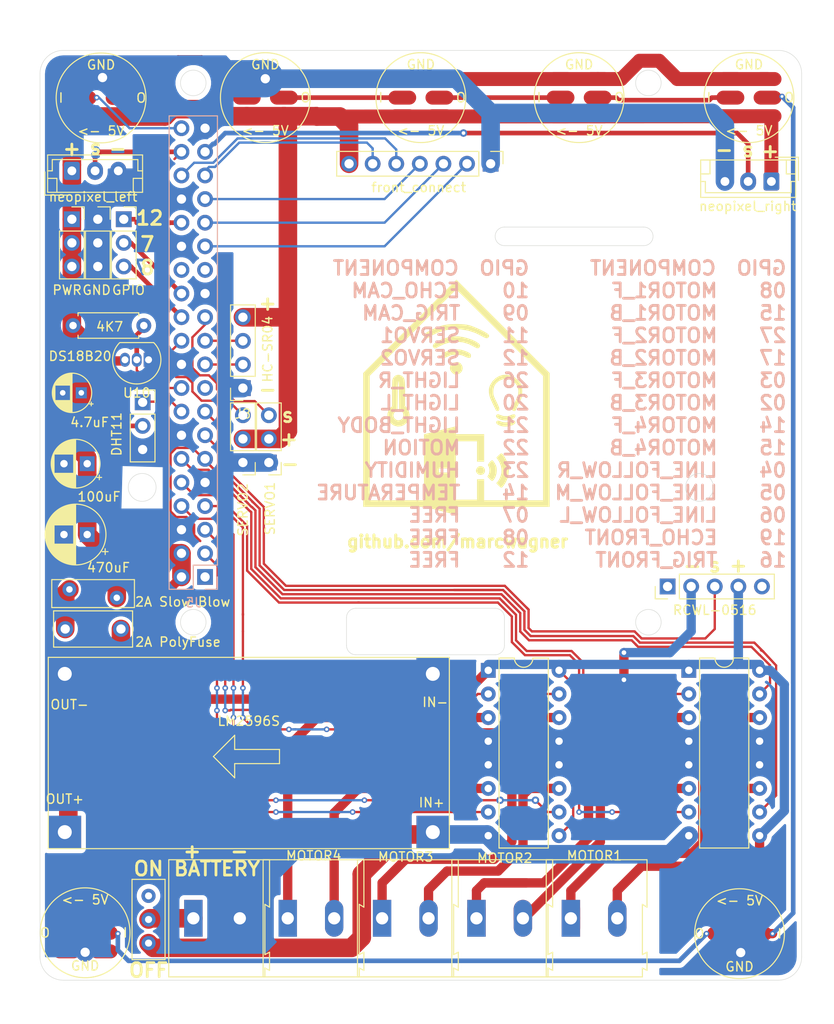
<source format=kicad_pcb>
(kicad_pcb (version 20171130) (host pcbnew 5.1.5+dfsg1-2build2)
  (layers (0 F.Cu signal) (31 B.Cu signal) (34 B.Paste user) (35 F.Paste user) (36 B.SilkS user) (37 F.SilkS user) (38 B.Mask user) (39 F.Mask user) (44 Edge.Cuts user))
  (net 0 "")
  (net 1 /5V)
  (net 2 /MOTOR1-)
  (net 3 /MOTOR1+)
  (net 4 /MOTOR2+)
  (net 5 /MOTOR2-)
  (net 6 /MOTOR3+)
  (net 7 /MOTOR3-)
  (net 8 /MOTOR4-)
  (net 9 /MOTOR4+)
  (net 10 "Net-(J5-Pad1)")
  (net 11 /MOTOR2_F)
  (net 12 /MOTOR2_B)
  (net 13 /MOTOR3_F)
  (net 14 /SERVO1)
  (net 15 /SERVO2)
  (net 16 /TEMP)
  (net 17 /MOTION)
  (net 18 /NEOPIXEL)
  (net 19 /ECHO_CAM)
  (net 20 "Net-(J5-Pad17)")
  (net 21 /TRIG_CAM)
  (net 22 /HUMIDITY)
  (net 23 /GPIO08)
  (net 24 /MOTOR4_B)
  (net 25 /MOTOR1_F)
  (net 26 /MOTOR1_B)
  (net 27 /MOTOR3_B)
  (net 28 /MOTOR4_F)
  (net 29 /GPIO12)
  (net 30 /TRIG_FRONT)
  (net 31 /LINE_FOLLOW_L)
  (net 32 /ECHO_FRONT)
  (net 33 /LINE_FOLLOW_M)
  (net 34 /LINE_FOLLOW_R)
  (net 35 "Net-(J14-Pad1)")
  (net 36 "Net-(J14-Pad5)")
  (net 37 +7.5V)
  (net 38 "Net-(U3-Pad5)")
  (net 39 "Net-(U4-Pad5)")
  (net 40 "Net-(U5-Pad5)")
  (net 41 "Net-(U6-Pad5)")
  (net 42 "Net-(U7-Pad5)")
  (net 43 "Net-(U8-Pad5)")
  (net 44 GNDREF)
  (net 45 "Net-(F1-Pad1)")
  (net 46 "Net-(F1-Pad2)")
  (net 47 "Net-(J18-Pad1)")
  (net 48 "Net-(SW1-Pad1)")
  (net 49 /GPIO07)
  (net 50 "Net-(J5-Pad27)")
  (net 51 "Net-(J5-Pad28)")
  (net 52 "Net-(U9-Pad5)")
  (net 53 /neopixel_left)
  (net 54 /neopixel_right)
  (module robo-car:sensor_logo_large (layer F.Cu) (at 44.831 37.211)
    (fp_text reference G*** hide)
    (fp_text value LOGO hide)
  )
  (module TerminalBlock:TerminalBlock_Altech_AK300-2_P5.00mm (layer F.Cu) (at 57.15 93.345)
    (fp_text reference J1)
    (fp_text value MOTOR1 (at 2.54 -6.731) (layer F.SilkS))
    (pad 2 thru_hole oval (at 5 0) (size 1.98 3.96) (drill 1.32) (layers *.Cu *.Mask) (net 2 /MOTOR1-))
    (pad 1 thru_hole rect (at 0 0) (size 1.98 3.96) (drill 1.32) (layers *.Cu *.Mask) (net 3 /MOTOR1+))
  )
  (module robo-car:lm2596-custom (layer F.Cu) (at 22.479 75.946 180)
    (fp_text reference P1)
    (fp_text value LM2596-custom)
    (fp_text user IN+ (at -19.685 -4.953) (layer F.SilkS))
    (fp_text user IN- (at -20.066 5.842) (layer F.SilkS))
    (fp_text user OUT+ (at 19.812 -4.572) (layer F.SilkS))
    (fp_text user OUT- (at 19.304 5.588) (layer F.SilkS))
    (fp_text user LM2596S (at 0 3.81) (layer F.SilkS))
    (pad 1 thru_hole rect (at -19.812 -8.128 180) (size 3.524 3.524) (drill 1.5) (layers *.Cu *.Mask) (net 37 +7.5V))
    (pad 2 thru_hole rect (at -19.812 8.89 180) (size 3.524 3.524) (drill 1.5) (layers *.Cu *.Mask) (net 44 GNDREF))
    (pad 3 thru_hole rect (at 19.812 8.89 180) (size 3.524 3.524) (drill 1.5) (layers *.Cu *.Mask) (net 44 GNDREF))
    (pad 4 thru_hole rect (at 19.812 -8.128 180) (size 3.524 3.524) (drill 1.5) (layers *.Cu *.Mask) (net 46 "Net-(F1-Pad2)"))
  )
  (module Connector_PinSocket_2.54mm:PinSocket_2x20_P2.54mm_Vertical (layer B.Cu) (at 16.5 32.5)
    (fp_text reference J5 (at 0 26.9 180) (layer B.SilkS) (effects (justify mirror)))
    (fp_text value Raspberry_Pi_2_3)
    (pad 1 thru_hole rect (at 1.27 24.13) (size 1.7 1.7) (drill 1) (layers *.Cu *.Mask) (net 10 "Net-(J5-Pad1)"))
    (pad 2 thru_hole oval (at -1.27 24.13) (size 1.7 1.7) (drill 1) (layers *.Cu *.Mask) (net 1 /5V))
    (pad 3 thru_hole oval (at 1.27 21.59) (size 1.7 1.7) (drill 1) (layers *.Cu *.Mask) (net 27 /MOTOR3_B))
    (pad 4 thru_hole oval (at -1.27 21.59) (size 1.7 1.7) (drill 1) (layers *.Cu *.Mask) (net 1 /5V))
    (pad 5 thru_hole oval (at 1.27 19.05) (size 1.7 1.7) (drill 1) (layers *.Cu *.Mask) (net 13 /MOTOR3_F))
    (pad 6 thru_hole oval (at -1.27 19.05) (size 1.7 1.7) (drill 1) (layers *.Cu *.Mask) (net 44 GNDREF))
    (pad 7 thru_hole oval (at 1.27 16.51) (size 1.7 1.7) (drill 1) (layers *.Cu *.Mask) (net 24 /MOTOR4_B))
    (pad 8 thru_hole oval (at -1.27 16.51) (size 1.7 1.7) (drill 1) (layers *.Cu *.Mask) (net 28 /MOTOR4_F))
    (pad 9 thru_hole oval (at 1.27 13.97) (size 1.7 1.7) (drill 1) (layers *.Cu *.Mask) (net 44 GNDREF))
    (pad 10 thru_hole oval (at -1.27 13.97) (size 1.7 1.7) (drill 1) (layers *.Cu *.Mask) (net 26 /MOTOR1_B))
    (pad 11 thru_hole oval (at 1.27 11.43) (size 1.7 1.7) (drill 1) (layers *.Cu *.Mask) (net 12 /MOTOR2_B))
    (pad 12 thru_hole oval (at -1.27 11.43) (size 1.7 1.7) (drill 1) (layers *.Cu *.Mask) (net 25 /MOTOR1_F))
    (pad 13 thru_hole oval (at 1.27 8.89) (size 1.7 1.7) (drill 1) (layers *.Cu *.Mask) (net 11 /MOTOR2_F))
    (pad 14 thru_hole oval (at -1.27 8.89) (size 1.7 1.7) (drill 1) (layers *.Cu *.Mask) (net 44 GNDREF))
    (pad 15 thru_hole oval (at 1.27 6.35) (size 1.7 1.7) (drill 1) (layers *.Cu *.Mask) (net 17 /MOTION))
    (pad 16 thru_hole oval (at -1.27 6.35) (size 1.7 1.7) (drill 1) (layers *.Cu *.Mask) (net 22 /HUMIDITY))
    (pad 17 thru_hole oval (at 1.27 3.81) (size 1.7 1.7) (drill 1) (layers *.Cu *.Mask) (net 20 "Net-(J5-Pad17)"))
    (pad 18 thru_hole oval (at -1.27 3.81) (size 1.7 1.7) (drill 1) (layers *.Cu *.Mask) (net 16 /TEMP))
    (pad 19 thru_hole oval (at 1.27 1.27) (size 1.7 1.7) (drill 1) (layers *.Cu *.Mask) (net 19 /ECHO_CAM))
    (pad 20 thru_hole oval (at -1.27 1.27) (size 1.7 1.7) (drill 1) (layers *.Cu *.Mask) (net 44 GNDREF))
    (pad 21 thru_hole oval (at 1.27 -1.27) (size 1.7 1.7) (drill 1) (layers *.Cu *.Mask) (net 21 /TRIG_CAM))
    (pad 22 thru_hole oval (at -1.27 -1.27) (size 1.7 1.7) (drill 1) (layers *.Cu *.Mask) (net 15 /SERVO2))
    (pad 23 thru_hole oval (at 1.27 -3.81) (size 1.7 1.7) (drill 1) (layers *.Cu *.Mask) (net 14 /SERVO1))
    (pad 24 thru_hole oval (at -1.27 -3.81) (size 1.7 1.7) (drill 1) (layers *.Cu *.Mask) (net 23 /GPIO08))
    (pad 25 thru_hole oval (at 1.27 -6.35) (size 1.7 1.7) (drill 1) (layers *.Cu *.Mask) (net 44 GNDREF))
    (pad 26 thru_hole oval (at -1.27 -6.35) (size 1.7 1.7) (drill 1) (layers *.Cu *.Mask) (net 49 /GPIO07))
    (pad 27 thru_hole oval (at 1.27 -8.89) (size 1.7 1.7) (drill 1) (layers *.Cu *.Mask) (net 50 "Net-(J5-Pad27)"))
    (pad 28 thru_hole oval (at -1.27 -8.89) (size 1.7 1.7) (drill 1) (layers *.Cu *.Mask) (net 51 "Net-(J5-Pad28)"))
    (pad 29 thru_hole oval (at 1.27 -11.43) (size 1.7 1.7) (drill 1) (layers *.Cu *.Mask) (net 34 /LINE_FOLLOW_R))
    (pad 30 thru_hole oval (at -1.27 -11.43) (size 1.7 1.7) (drill 1) (layers *.Cu *.Mask) (net 44 GNDREF))
    (pad 31 thru_hole oval (at 1.27 -13.97) (size 1.7 1.7) (drill 1) (layers *.Cu *.Mask) (net 33 /LINE_FOLLOW_M))
    (pad 32 thru_hole oval (at -1.27 -13.97) (size 1.7 1.7) (drill 1) (layers *.Cu *.Mask) (net 29 /GPIO12))
    (pad 33 thru_hole oval (at 1.27 -16.51) (size 1.7 1.7) (drill 1) (layers *.Cu *.Mask) (net 31 /LINE_FOLLOW_L))
    (pad 34 thru_hole oval (at -1.27 -16.51) (size 1.7 1.7) (drill 1) (layers *.Cu *.Mask) (net 44 GNDREF))
    (pad 35 thru_hole oval (at 1.27 -19.05) (size 1.7 1.7) (drill 1) (layers *.Cu *.Mask) (net 32 /ECHO_FRONT))
    (pad 36 thru_hole oval (at -1.27 -19.05) (size 1.7 1.7) (drill 1) (layers *.Cu *.Mask) (net 30 /TRIG_FRONT))
    (pad 37 thru_hole oval (at 1.27 -21.59) (size 1.7 1.7) (drill 1) (layers *.Cu *.Mask) (net 54 /neopixel_right))
    (pad 38 thru_hole oval (at -1.27 -21.59) (size 1.7 1.7) (drill 1) (layers *.Cu *.Mask) (net 53 /neopixel_left))
    (pad 39 thru_hole oval (at 1.27 -24.13) (size 1.7 1.7) (drill 1) (layers *.Cu *.Mask) (net 44 GNDREF))
    (pad 40 thru_hole oval (at -1.27 -24.13) (size 1.7 1.7) (drill 1) (layers *.Cu *.Mask) (net 18 /NEOPIXEL))
  )
  (module Capacitor_THT:CP_Radial_D5.0mm_P2.50mm (layer F.Cu) (at 5.08 44.45 180)
    (fp_text reference CP1)
    (fp_text value 100uF (at -1.27 -3.556) (layer F.SilkS))
    (pad 1 thru_hole rect (at 0 0 180) (size 1.6 1.6) (drill 0.8) (layers *.Cu *.Mask) (net 1 /5V))
    (pad 2 thru_hole circle (at 2.5 0 180) (size 1.6 1.6) (drill 0.8) (layers *.Cu *.Mask) (net 44 GNDREF))
  )
  (module Capacitor_THT:CP_Radial_D4.0mm_P2.00mm (layer F.Cu) (at 4.445 36.83 180)
    (fp_text reference CP2)
    (fp_text value 4.7uF (at -0.889 -3.175) (layer F.SilkS))
    (pad 1 thru_hole rect (at 0 0 180) (size 1.2 1.2) (drill 0.6) (layers *.Cu *.Mask) (net 1 /5V))
    (pad 2 thru_hole circle (at 2 0 180) (size 1.2 1.2) (drill 0.6) (layers *.Cu *.Mask) (net 44 GNDREF))
  )
  (module Capacitor_THT:CP_Radial_D6.3mm_P2.50mm (layer F.Cu) (at 5.08 52.07 180)
    (fp_text reference CP3)
    (fp_text value 470uF (at -2.286 -3.556) (layer F.SilkS))
    (pad 1 thru_hole rect (at 0 0 180) (size 1.6 1.6) (drill 0.8) (layers *.Cu *.Mask) (net 1 /5V))
    (pad 2 thru_hole circle (at 2.5 0 180) (size 1.6 1.6) (drill 0.8) (layers *.Cu *.Mask) (net 44 GNDREF))
  )
  (module TerminalBlock:TerminalBlock_Altech_AK300-2_P5.00mm (layer F.Cu) (at 46.99 93.345)
    (fp_text reference J2)
    (fp_text value MOTOR2 (at 3.048 -6.477) (layer F.SilkS))
    (pad 1 thru_hole rect (at 0 0) (size 1.98 3.96) (drill 1.32) (layers *.Cu *.Mask) (net 4 /MOTOR2+))
    (pad 2 thru_hole oval (at 5 0) (size 1.98 3.96) (drill 1.32) (layers *.Cu *.Mask) (net 5 /MOTOR2-))
  )
  (module TerminalBlock:TerminalBlock_Altech_AK300-2_P5.00mm (layer F.Cu) (at 36.83 93.345)
    (fp_text reference J3)
    (fp_text value MOTOR3 (at 2.54 -6.604) (layer F.SilkS))
    (pad 1 thru_hole rect (at 0 0) (size 1.98 3.96) (drill 1.32) (layers *.Cu *.Mask) (net 6 /MOTOR3+))
    (pad 2 thru_hole oval (at 5 0) (size 1.98 3.96) (drill 1.32) (layers *.Cu *.Mask) (net 7 /MOTOR3-))
  )
  (module TerminalBlock:TerminalBlock_Altech_AK300-2_P5.00mm (layer F.Cu) (at 26.67 93.345)
    (fp_text reference J4)
    (fp_text value MOTOR4 (at 2.794 -6.731) (layer F.SilkS))
    (pad 2 thru_hole oval (at 5 0) (size 1.98 3.96) (drill 1.32) (layers *.Cu *.Mask) (net 8 /MOTOR4-))
    (pad 1 thru_hole rect (at 0 0) (size 1.98 3.96) (drill 1.32) (layers *.Cu *.Mask) (net 9 /MOTOR4+))
  )
  (module Connector_PinHeader_2.54mm:PinHeader_1x03_P2.54mm_Vertical (layer F.Cu) (at 24.638 44.323 180)
    (fp_text reference J6)
    (fp_text value SERVO1 (at -0.127 -4.953 90) (layer F.SilkS))
    (pad 1 thru_hole rect (at 0 0 180) (size 1.7 1.7) (drill 1) (layers *.Cu *.Mask) (net 44 GNDREF))
    (pad 2 thru_hole oval (at 0 2.54 180) (size 1.7 1.7) (drill 1) (layers *.Cu *.Mask) (net 1 /5V))
    (pad 3 thru_hole oval (at 0 5.08 180) (size 1.7 1.7) (drill 1) (layers *.Cu *.Mask) (net 14 /SERVO1))
  )
  (module Connector_PinHeader_2.54mm:PinHeader_1x03_P2.54mm_Vertical (layer F.Cu) (at 21.844 44.323 180)
    (fp_text reference J7)
    (fp_text value SERVO2 (at 0 -5.08 90) (layer F.SilkS))
    (pad 3 thru_hole oval (at 0 5.08 180) (size 1.7 1.7) (drill 1) (layers *.Cu *.Mask) (net 15 /SERVO2))
    (pad 2 thru_hole oval (at 0 2.54 180) (size 1.7 1.7) (drill 1) (layers *.Cu *.Mask) (net 1 /5V))
    (pad 1 thru_hole rect (at 0 0 180) (size 1.7 1.7) (drill 1) (layers *.Cu *.Mask) (net 44 GNDREF))
  )
  (module Connector_PinSocket_2.54mm:PinSocket_1x04_P2.54mm_Vertical (layer F.Cu) (at 21.844 36.322 180)
    (fp_text reference J8 (at 0 -2.77) (layer F.SilkS))
    (fp_text value HC-SR04 (at -2.667 4.191 90) (layer F.SilkS))
    (pad 4 thru_hole oval (at 0 7.62 180) (size 1.7 1.7) (drill 1) (layers *.Cu *.Mask) (net 1 /5V))
    (pad 3 thru_hole oval (at 0 5.08 180) (size 1.7 1.7) (drill 1) (layers *.Cu *.Mask) (net 21 /TRIG_CAM))
    (pad 2 thru_hole oval (at 0 2.54 180) (size 1.7 1.7) (drill 1) (layers *.Cu *.Mask) (net 19 /ECHO_CAM))
    (pad 1 thru_hole rect (at 0 0 180) (size 1.7 1.7) (drill 1) (layers *.Cu *.Mask) (net 44 GNDREF))
  )
  (module Connector_PinSocket_2.54mm:PinSocket_1x03_P2.54mm_Vertical (layer F.Cu) (at 11.049 37.846)
    (fp_text reference J13)
    (fp_text value DHT11 (at -2.794 3.429 90) (layer F.SilkS))
    (pad 1 thru_hole rect (at 0 0) (size 1.7 1.7) (drill 1) (layers *.Cu *.Mask) (net 22 /HUMIDITY))
    (pad 2 thru_hole oval (at 0 2.54) (size 1.7 1.7) (drill 1) (layers *.Cu *.Mask) (net 1 /5V))
    (pad 3 thru_hole oval (at 0 5.08) (size 1.7 1.7) (drill 1) (layers *.Cu *.Mask) (net 44 GNDREF))
  )
  (module Connector_PinHeader_2.54mm:PinHeader_1x05_P2.54mm_Vertical (layer F.Cu) (at 67.564 57.658 90)
    (fp_text reference J14)
    (fp_text value RCWL-0516 (at -2.54 5.08 180) (layer F.SilkS))
    (pad 1 thru_hole rect (at 0 0 90) (size 1.7 1.7) (drill 1) (layers *.Cu *.Mask) (net 35 "Net-(J14-Pad1)"))
    (pad 2 thru_hole oval (at 0 2.54 90) (size 1.7 1.7) (drill 1) (layers *.Cu *.Mask) (net 44 GNDREF))
    (pad 3 thru_hole oval (at 0 5.08 90) (size 1.7 1.7) (drill 1) (layers *.Cu *.Mask) (net 17 /MOTION))
    (pad 4 thru_hole oval (at 0 7.62 90) (size 1.7 1.7) (drill 1) (layers *.Cu *.Mask) (net 1 /5V))
    (pad 5 thru_hole oval (at 0 10.16 90) (size 1.7 1.7) (drill 1) (layers *.Cu *.Mask) (net 36 "Net-(J14-Pad5)"))
  )
  (module TerminalBlock:TerminalBlock_Altech_AK300-2_P5.00mm (layer F.Cu) (at 16.51 93.345)
    (fp_text reference J18)
    (fp_text value "battery screw terminal")
    (pad 1 thru_hole rect (at 0 0) (size 1.98 3.96) (drill 1.32) (layers *.Cu *.Mask) (net 47 "Net-(J18-Pad1)"))
    (pad 2 thru_hole oval (at 5 0) (size 1.98 3.96) (drill 1.32) (layers *.Cu *.Mask) (net 44 GNDREF))
  )
  (module Resistor_THT:R_Axial_DIN0207_L6.3mm_D2.5mm_P7.62mm_Horizontal (layer F.Cu) (at 3.556 29.591)
    (fp_text reference R1)
    (fp_text value 4K7 (at 3.937 0.127) (layer F.SilkS))
    (pad 2 thru_hole oval (at 7.62 0) (size 1.6 1.6) (drill 0.8) (layers *.Cu *.Mask) (net 16 /TEMP))
    (pad 1 thru_hole circle (at 0 0) (size 1.6 1.6) (drill 0.8) (layers *.Cu *.Mask) (net 1 /5V))
  )
  (module Package_DIP:DIP-16_W7.62mm (layer F.Cu) (at 69.85 66.675)
    (fp_text reference U1)
    (fp_text value L293D)
    (pad 16 thru_hole oval (at 7.62 0) (size 1.6 1.6) (drill 0.8) (layers *.Cu *.Mask) (net 1 /5V))
    (pad 8 thru_hole oval (at 0 17.78) (size 1.6 1.6) (drill 0.8) (layers *.Cu *.Mask) (net 37 +7.5V))
    (pad 15 thru_hole oval (at 7.62 2.54) (size 1.6 1.6) (drill 0.8) (layers *.Cu *.Mask) (net 12 /MOTOR2_B))
    (pad 7 thru_hole oval (at 0 15.24) (size 1.6 1.6) (drill 0.8) (layers *.Cu *.Mask) (net 26 /MOTOR1_B))
    (pad 14 thru_hole oval (at 7.62 5.08) (size 1.6 1.6) (drill 0.8) (layers *.Cu *.Mask) (net 3 /MOTOR1+))
    (pad 6 thru_hole oval (at 0 12.7) (size 1.6 1.6) (drill 0.8) (layers *.Cu *.Mask) (net 5 /MOTOR2-))
    (pad 13 thru_hole oval (at 7.62 7.62) (size 1.6 1.6) (drill 0.8) (layers *.Cu *.Mask) (net 44 GNDREF))
    (pad 5 thru_hole oval (at 0 10.16) (size 1.6 1.6) (drill 0.8) (layers *.Cu *.Mask) (net 44 GNDREF))
    (pad 12 thru_hole oval (at 7.62 10.16) (size 1.6 1.6) (drill 0.8) (layers *.Cu *.Mask) (net 44 GNDREF))
    (pad 4 thru_hole oval (at 0 7.62) (size 1.6 1.6) (drill 0.8) (layers *.Cu *.Mask) (net 44 GNDREF))
    (pad 11 thru_hole oval (at 7.62 12.7) (size 1.6 1.6) (drill 0.8) (layers *.Cu *.Mask) (net 2 /MOTOR1-))
    (pad 3 thru_hole oval (at 0 5.08) (size 1.6 1.6) (drill 0.8) (layers *.Cu *.Mask) (net 4 /MOTOR2+))
    (pad 10 thru_hole oval (at 7.62 15.24) (size 1.6 1.6) (drill 0.8) (layers *.Cu *.Mask) (net 11 /MOTOR2_F))
    (pad 2 thru_hole oval (at 0 2.54) (size 1.6 1.6) (drill 0.8) (layers *.Cu *.Mask) (net 25 /MOTOR1_F))
    (pad 9 thru_hole oval (at 7.62 17.78) (size 1.6 1.6) (drill 0.8) (layers *.Cu *.Mask) (net 1 /5V))
    (pad 1 thru_hole rect (at 0 0) (size 1.6 1.6) (drill 0.8) (layers *.Cu *.Mask) (net 1 /5V))
  )
  (module Package_DIP:DIP-16_W7.62mm (layer F.Cu) (at 48.26 66.675)
    (fp_text reference U2)
    (fp_text value L293D)
    (pad 1 thru_hole rect (at 0 0) (size 1.6 1.6) (drill 0.8) (layers *.Cu *.Mask) (net 1 /5V))
    (pad 9 thru_hole oval (at 7.62 17.78) (size 1.6 1.6) (drill 0.8) (layers *.Cu *.Mask) (net 1 /5V))
    (pad 2 thru_hole oval (at 0 2.54) (size 1.6 1.6) (drill 0.8) (layers *.Cu *.Mask) (net 13 /MOTOR3_F))
    (pad 10 thru_hole oval (at 7.62 15.24) (size 1.6 1.6) (drill 0.8) (layers *.Cu *.Mask) (net 28 /MOTOR4_F))
    (pad 3 thru_hole oval (at 0 5.08) (size 1.6 1.6) (drill 0.8) (layers *.Cu *.Mask) (net 9 /MOTOR4+))
    (pad 11 thru_hole oval (at 7.62 12.7) (size 1.6 1.6) (drill 0.8) (layers *.Cu *.Mask) (net 7 /MOTOR3-))
    (pad 4 thru_hole oval (at 0 7.62) (size 1.6 1.6) (drill 0.8) (layers *.Cu *.Mask) (net 44 GNDREF))
    (pad 12 thru_hole oval (at 7.62 10.16) (size 1.6 1.6) (drill 0.8) (layers *.Cu *.Mask) (net 44 GNDREF))
    (pad 5 thru_hole oval (at 0 10.16) (size 1.6 1.6) (drill 0.8) (layers *.Cu *.Mask) (net 44 GNDREF))
    (pad 13 thru_hole oval (at 7.62 7.62) (size 1.6 1.6) (drill 0.8) (layers *.Cu *.Mask) (net 44 GNDREF))
    (pad 6 thru_hole oval (at 0 12.7) (size 1.6 1.6) (drill 0.8) (layers *.Cu *.Mask) (net 8 /MOTOR4-))
    (pad 14 thru_hole oval (at 7.62 5.08) (size 1.6 1.6) (drill 0.8) (layers *.Cu *.Mask) (net 6 /MOTOR3+))
    (pad 7 thru_hole oval (at 0 15.24) (size 1.6 1.6) (drill 0.8) (layers *.Cu *.Mask) (net 27 /MOTOR3_B))
    (pad 15 thru_hole oval (at 7.62 2.54) (size 1.6 1.6) (drill 0.8) (layers *.Cu *.Mask) (net 24 /MOTOR4_B))
    (pad 8 thru_hole oval (at 0 17.78) (size 1.6 1.6) (drill 0.8) (layers *.Cu *.Mask) (net 37 +7.5V))
    (pad 16 thru_hole oval (at 7.62 0) (size 1.6 1.6) (drill 0.8) (layers *.Cu *.Mask) (net 1 /5V))
  )
  (module robo-car:neopixel_pcb (layer F.Cu) (at 6.572 5.112 180)
    (fp_text reference U3)
    (fp_text value WS2812B)
    (fp_text user O (at -4.318 0) (layer F.SilkS))
    (fp_text user I (at 4.318 0) (layer F.SilkS))
    (fp_text user GND (at 0 3.556) (layer F.SilkS))
    (fp_text user "<- 5V" (at 0 -3.556) (layer F.SilkS))
    (pad 3 smd oval (at 2 2 180) (size 3 1.5) (layers F.Cu F.Paste F.Mask) (net 44 GNDREF))
    (pad 2 smd oval (at 2 0 180) (size 3 1.5) (layers F.Cu F.Paste F.Mask) (net 18 /NEOPIXEL))
    (pad 1 smd oval (at 2 -2 180) (size 3 1.5) (layers F.Cu F.Paste F.Mask) (net 1 /5V))
    (pad 4 smd oval (at -2 2 180) (size 3 1.5) (layers F.Cu F.Paste F.Mask) (net 44 GNDREF))
    (pad 5 smd oval (at -2 0 180) (size 3 1.5) (layers F.Cu F.Paste F.Mask) (net 38 "Net-(U3-Pad5)"))
    (pad 6 smd oval (at -2 -2 180) (size 3 1.5) (layers F.Cu F.Paste F.Mask) (net 1 /5V))
  )
  (module robo-car:neopixel_pcb (layer F.Cu) (at 24.257 5.08 180)
    (fp_text reference U4)
    (fp_text value WS2812B)
    (fp_text user "<- 5V" (at 0 -3.556) (layer F.SilkS))
    (fp_text user GND (at 0 3.556) (layer F.SilkS))
    (fp_text user O (at -4.318 0) (layer F.SilkS))
    (pad 6 smd oval (at -2 -2 180) (size 3 1.5) (layers F.Cu F.Paste F.Mask) (net 1 /5V))
    (pad 5 smd oval (at -2 0 180) (size 3 1.5) (layers F.Cu F.Paste F.Mask) (net 39 "Net-(U4-Pad5)"))
    (pad 4 smd oval (at -2 2 180) (size 3 1.5) (layers F.Cu F.Paste F.Mask) (net 44 GNDREF))
    (pad 1 smd oval (at 2 -2 180) (size 3 1.5) (layers F.Cu F.Paste F.Mask) (net 1 /5V))
    (pad 2 smd oval (at 2 0 180) (size 3 1.5) (layers F.Cu F.Paste F.Mask) (net 38 "Net-(U3-Pad5)"))
    (pad 3 smd oval (at 2 2 180) (size 3 1.5) (layers F.Cu F.Paste F.Mask) (net 44 GNDREF))
  )
  (module robo-car:neopixel_pcb (layer F.Cu) (at 41 5.08 180)
    (fp_text reference U5)
    (fp_text value WS2812B)
    (fp_text user O (at -4.318 0) (layer F.SilkS))
    (fp_text user I (at 4.318 0) (layer F.SilkS))
    (fp_text user GND (at 0 3.556) (layer F.SilkS))
    (fp_text user "<- 5V" (at 0 -3.556) (layer F.SilkS))
    (pad 3 smd oval (at 2 2 180) (size 3 1.5) (layers F.Cu F.Paste F.Mask) (net 44 GNDREF))
    (pad 2 smd oval (at 2 0 180) (size 3 1.5) (layers F.Cu F.Paste F.Mask) (net 39 "Net-(U4-Pad5)"))
    (pad 1 smd oval (at 2 -2 180) (size 3 1.5) (layers F.Cu F.Paste F.Mask) (net 1 /5V))
    (pad 4 smd oval (at -2 2 180) (size 3 1.5) (layers F.Cu F.Paste F.Mask) (net 44 GNDREF))
    (pad 5 smd oval (at -2 0 180) (size 3 1.5) (layers F.Cu F.Paste F.Mask) (net 40 "Net-(U5-Pad5)"))
    (pad 6 smd oval (at -2 -2 180) (size 3 1.5) (layers F.Cu F.Paste F.Mask) (net 1 /5V))
  )
  (module robo-car:neopixel_pcb (layer F.Cu) (at 58.039 5.08 180)
    (fp_text reference U6)
    (fp_text value WS2812B)
    (fp_text user "<- 5V" (at 0 -3.556) (layer F.SilkS))
    (fp_text user GND (at 0 3.556) (layer F.SilkS))
    (fp_text user I (at 4.318 0) (layer F.SilkS))
    (fp_text user O (at -4.318 0) (layer F.SilkS))
    (pad 6 smd oval (at -2 -2 180) (size 3 1.5) (layers F.Cu F.Paste F.Mask) (net 1 /5V))
    (pad 5 smd oval (at -2 0 180) (size 3 1.5) (layers F.Cu F.Paste F.Mask) (net 41 "Net-(U6-Pad5)"))
    (pad 4 smd oval (at -2 2 180) (size 3 1.5) (layers F.Cu F.Paste F.Mask) (net 44 GNDREF))
    (pad 1 smd oval (at 2 -2 180) (size 3 1.5) (layers F.Cu F.Paste F.Mask) (net 1 /5V))
    (pad 2 smd oval (at 2 0 180) (size 3 1.5) (layers F.Cu F.Paste F.Mask) (net 40 "Net-(U5-Pad5)"))
    (pad 3 smd oval (at 2 2 180) (size 3 1.5) (layers F.Cu F.Paste F.Mask) (net 44 GNDREF))
  )
  (module Package_TO_SOT_THT:TO-92_Inline (layer F.Cu) (at 11.684 33.274 180)
    (fp_text reference U10 (at 1.27 -3.56) (layer F.SilkS))
    (fp_text value DS18B20 (at 7.366 0.381) (layer F.SilkS))
    (pad 2 thru_hole oval (at 1.27 0 180) (size 1.05 1.5) (drill 0.75) (layers *.Cu *.Mask) (net 16 /TEMP))
    (pad 3 thru_hole oval (at 2.54 0 180) (size 1.05 1.5) (drill 0.75) (layers *.Cu *.Mask) (net 1 /5V))
    (pad 1 thru_hole rect (at 0 0 180) (size 1.05 1.5) (drill 0.75) (layers *.Cu *.Mask) (net 44 GNDREF))
  )
  (module robo-car:slow_blow_polyfuse (layer F.Cu) (at 5.715 62.23)
    (fp_text reference F1)
    (fp_text value "2A Slow Blow" (at 9.652 -2.921) (layer F.SilkS))
    (pad 1 thru_hole circle (at -3 0) (size 1.7 1.7) (drill 1) (layers *.Cu *.Mask) (net 45 "Net-(F1-Pad1)"))
    (pad 2 thru_hole circle (at 3 0) (size 1.7 1.7) (drill 1) (layers *.Cu *.Mask) (net 46 "Net-(F1-Pad2)"))
  )
  (module "robo-car:restoring polyfuse" (layer F.Cu) (at 5.715 58.42 180)
    (fp_text reference F2)
    (fp_text value "2A PolyFuse" (at -9.144 -5.207) (layer F.SilkS))
    (pad 1 thru_hole circle (at -2.55 -0.45 180) (size 1.5 1.5) (drill 0.7) (layers *.Cu *.Mask) (net 1 /5V))
    (pad 2 thru_hole circle (at 2.55 0.45 180) (size 1.5 1.5) (drill 0.7) (layers *.Cu *.Mask) (net 45 "Net-(F1-Pad1)"))
  )
  (module "robo-car:rocker switch 8.5x3.5mm 2.54piych" (layer F.Cu) (at 11.684 93.472 270)
    (fp_text reference SW1)
    (fp_text value SW_SPDT)
    (pad 1 thru_hole circle (at -2.54 0 270) (size 1.524 1.524) (drill 0.762) (layers *.Cu *.Mask) (net 48 "Net-(SW1-Pad1)"))
    (pad 2 thru_hole circle (at 0 0 270) (size 1.524 1.524) (drill 0.762) (layers *.Cu *.Mask) (net 47 "Net-(J18-Pad1)"))
    (pad 3 thru_hole circle (at 2.54 0 270) (size 1.524 1.524) (drill 0.762) (layers *.Cu *.Mask) (net 37 +7.5V))
  )
  (module Connector_PinHeader_2.54mm:PinHeader_1x07_P2.54mm_Vertical (layer F.Cu) (at 48.514 12.192 270)
    (fp_text reference J20)
    (fp_text value front_connect (at 2.54 7.747 180) (layer F.SilkS))
    (pad 1 thru_hole rect (at 0 0 270) (size 1.7 1.7) (drill 1) (layers *.Cu *.Mask) (net 44 GNDREF))
    (pad 2 thru_hole oval (at 0 2.54 270) (size 1.7 1.7) (drill 1) (layers *.Cu *.Mask) (net 34 /LINE_FOLLOW_R))
    (pad 3 thru_hole oval (at 0 5.08 270) (size 1.7 1.7) (drill 1) (layers *.Cu *.Mask) (net 33 /LINE_FOLLOW_M))
    (pad 4 thru_hole oval (at 0 7.62 270) (size 1.7 1.7) (drill 1) (layers *.Cu *.Mask) (net 31 /LINE_FOLLOW_L))
    (pad 5 thru_hole oval (at 0 10.16 270) (size 1.7 1.7) (drill 1) (layers *.Cu *.Mask) (net 30 /TRIG_FRONT))
    (pad 6 thru_hole oval (at 0 12.7 270) (size 1.7 1.7) (drill 1) (layers *.Cu *.Mask) (net 32 /ECHO_FRONT))
    (pad 7 thru_hole oval (at 0 15.24 270) (size 1.7 1.7) (drill 1) (layers *.Cu *.Mask) (net 1 /5V))
  )
  (module robo-car:neopixel_pcb (layer F.Cu) (at 76.327 5.08 180)
    (fp_text reference U7)
    (fp_text value WS2812B)
    (fp_text user "<- 5V" (at 0 -3.556) (layer F.SilkS))
    (fp_text user GND (at 0 3.556) (layer F.SilkS))
    (fp_text user I (at 4.318 0) (layer F.SilkS))
    (fp_text user O (at -4.318 0) (layer F.SilkS))
    (pad 6 smd oval (at -2 -2 180) (size 3 1.5) (layers F.Cu F.Paste F.Mask) (net 1 /5V))
    (pad 5 smd oval (at -2 0 180) (size 3 1.5) (layers F.Cu F.Paste F.Mask) (net 42 "Net-(U7-Pad5)"))
    (pad 4 smd oval (at -2 2 180) (size 3 1.5) (layers F.Cu F.Paste F.Mask) (net 44 GNDREF))
    (pad 1 smd oval (at 2 -2 180) (size 3 1.5) (layers F.Cu F.Paste F.Mask) (net 1 /5V))
    (pad 2 smd oval (at 2 0 180) (size 3 1.5) (layers F.Cu F.Paste F.Mask) (net 41 "Net-(U6-Pad5)"))
    (pad 3 smd oval (at 2 2 180) (size 3 1.5) (layers F.Cu F.Paste F.Mask) (net 44 GNDREF))
  )
  (module robo-car:neopixel_pcb (layer F.Cu) (at 75.311 94.996)
    (fp_text reference U8)
    (fp_text value WS2812B)
    (fp_text user O (at -4.318 0) (layer F.SilkS))
    (fp_text user I (at 4.318 0) (layer F.SilkS))
    (fp_text user GND (at 0 3.556) (layer F.SilkS))
    (fp_text user "<- 5V" (at 0 -3.556) (layer F.SilkS))
    (pad 3 smd oval (at 2 2) (size 3 1.5) (layers F.Cu F.Paste F.Mask) (net 44 GNDREF))
    (pad 2 smd oval (at 2 0) (size 3 1.5) (layers F.Cu F.Paste F.Mask) (net 42 "Net-(U7-Pad5)"))
    (pad 1 smd oval (at 2 -2) (size 3 1.5) (layers F.Cu F.Paste F.Mask) (net 1 /5V))
    (pad 4 smd oval (at -2 2) (size 3 1.5) (layers F.Cu F.Paste F.Mask) (net 44 GNDREF))
    (pad 5 smd oval (at -2 0) (size 3 1.5) (layers F.Cu F.Paste F.Mask) (net 43 "Net-(U8-Pad5)"))
    (pad 6 smd oval (at -2 -2) (size 3 1.5) (layers F.Cu F.Paste F.Mask) (net 1 /5V))
  )
  (module robo-car:neopixel_pcb (layer F.Cu) (at 4.858 94.901)
    (fp_text reference U9)
    (fp_text value WS2812B)
    (fp_text user "<- 5V" (at 0 -3.556) (layer F.SilkS))
    (fp_text user GND (at 0 3.556) (layer F.SilkS))
    (fp_text user I (at 4.318 0) (layer F.SilkS))
    (fp_text user O (at -4.318 0) (layer F.SilkS))
    (pad 6 smd oval (at -2 -2) (size 3 1.5) (layers F.Cu F.Paste F.Mask) (net 1 /5V))
    (pad 5 smd oval (at -2 0) (size 3 1.5) (layers F.Cu F.Paste F.Mask) (net 52 "Net-(U9-Pad5)"))
    (pad 4 smd oval (at -2 2) (size 3 1.5) (layers F.Cu F.Paste F.Mask) (net 44 GNDREF))
    (pad 1 smd oval (at 2 -2) (size 3 1.5) (layers F.Cu F.Paste F.Mask) (net 1 /5V))
    (pad 2 smd oval (at 2 0) (size 3 1.5) (layers F.Cu F.Paste F.Mask) (net 43 "Net-(U8-Pad5)"))
    (pad 3 smd oval (at 2 2) (size 3 1.5) (layers F.Cu F.Paste F.Mask) (net 44 GNDREF))
  )
  (module Connector_JST:JST_EH_B3B-EH-A_1x03_P2.50mm_Vertical (layer F.Cu) (at 3.429 12.954)
    (fp_text reference J21)
    (fp_text value neopixel_left (at 2.286 2.794) (layer F.SilkS))
    (pad 1 thru_hole roundrect (at 0 0) (size 1.7 1.95) (drill 0.95) (layers *.Cu *.Mask) (roundrect_rratio 0.147059) (net 1 /5V))
    (pad 2 thru_hole oval (at 2.5 0) (size 1.7 1.95) (drill 0.95) (layers *.Cu *.Mask) (net 53 /neopixel_left))
    (pad 3 thru_hole oval (at 5 0) (size 1.7 1.95) (drill 0.95) (layers *.Cu *.Mask) (net 44 GNDREF))
  )
  (module Connector_JST:JST_EH_B3B-EH-A_1x03_P2.50mm_Vertical (layer F.Cu) (at 78.74 14.097 180)
    (fp_text reference J22)
    (fp_text value neopixel_right (at 2.54 -2.667) (layer F.SilkS))
    (pad 3 thru_hole oval (at 5 0 180) (size 1.7 1.95) (drill 0.95) (layers *.Cu *.Mask) (net 44 GNDREF))
    (pad 2 thru_hole oval (at 2.5 0 180) (size 1.7 1.95) (drill 0.95) (layers *.Cu *.Mask) (net 54 /neopixel_right))
    (pad 1 thru_hole roundrect (at 0 0 180) (size 1.7 1.95) (drill 0.95) (layers *.Cu *.Mask) (roundrect_rratio 0.147059) (net 1 /5V))
  )
  (module Connector_PinSocket_2.54mm:PinSocket_1x03_P2.54mm_Vertical (layer F.Cu) (at 9.017 18.161)
    (fp_text reference J15)
    (fp_text value GPIO (at 0.508 7.62 180) (layer F.SilkS))
    (pad 1 thru_hole rect (at 0 0) (size 1.7 1.7) (drill 1) (layers *.Cu *.Mask) (net 29 /GPIO12))
    (pad 2 thru_hole oval (at 0 2.54) (size 1.7 1.7) (drill 1) (layers *.Cu *.Mask) (net 49 /GPIO07))
    (pad 3 thru_hole oval (at 0 5.08) (size 1.7 1.7) (drill 1) (layers *.Cu *.Mask) (net 23 /GPIO08))
  )
  (module Connector_PinSocket_2.54mm:PinSocket_1x03_P2.54mm_Vertical (layer F.Cu) (at 3.429 18.161)
    (fp_text reference J16)
    (fp_text value PWR (at -0.508 7.62 180) (layer F.SilkS))
    (pad 3 thru_hole oval (at 0 5.08) (size 1.7 1.7) (drill 1) (layers *.Cu *.Mask) (net 1 /5V))
    (pad 2 thru_hole oval (at 0 2.54) (size 1.7 1.7) (drill 1) (layers *.Cu *.Mask) (net 1 /5V))
    (pad 1 thru_hole rect (at 0 0) (size 1.7 1.7) (drill 1) (layers *.Cu *.Mask) (net 1 /5V))
  )
  (module Connector_PinSocket_2.54mm:PinSocket_1x03_P2.54mm_Vertical (layer F.Cu) (at 6.223 18.161)
    (fp_text reference J17)
    (fp_text value GND (at -0.127 7.62 180) (layer F.SilkS))
    (pad 1 thru_hole rect (at 0 0) (size 1.7 1.7) (drill 1) (layers *.Cu *.Mask) (net 44 GNDREF))
    (pad 2 thru_hole oval (at 0 2.54) (size 1.7 1.7) (drill 1) (layers *.Cu *.Mask) (net 44 GNDREF))
    (pad 3 thru_hole oval (at 0 5.08) (size 1.7 1.7) (drill 1) (layers *.Cu *.Mask) (net 44 GNDREF))
  )
  (gr_text wagner.marc@gmail.com (at 16.764 84.074) (layer F.Cu) (effects (font (size 1 1) (thickness 0.2))))
  (gr_text github.com/marcwagner (at 44.958 52.832) (layer F.SilkS) (effects (font (size 1.3 1.3) (thickness 0.325))))
  (gr_text "BATTERY\n" (at 19.05 88.011) (layer F.SilkS) (effects (font (size 1.5 1.5) (thickness 0.3))))
  (gr_text OFF (at 11.684 98.933) (layer F.SilkS) (effects (font (size 1.5 1.5) (thickness 0.3))))
  (gr_text "ON\n" (at 11.684 88.011) (layer F.SilkS) (effects (font (size 1.5 1.5) (thickness 0.3))))
  (gr_text "GPIO  COMPONENT\n10    ECHO_CAM\n09    TRIG_CAM\n11    SERVO1\n12    SERVO2\n26    LIGHT_R\n20    LIGHT_L\n21    LIGHT_BODY\n22    MOTION\n23    HUMIDITY\n14    TEMPERATURE\n07    FREE\n08    FREE\n12    FREE" (at 52.832 39.116) (layer B.SilkS) (effects (font (size 1.5 1.5) (thickness 0.3)) (justify left mirror)))
  (gr_text "GPIO  COMPONENT\n08    MOTOR1_F\n15    MOTOR1_B\n27    MOTOR2_F\n17    MOTOR2_B\n03    MOTOR3_F\n02    MOTOR3_B\n14    MOTOR4_F\n15    MOTOR4_B\n04    LINE_FOLLOW_R\n05    LINE_FOLLOW_M\n06    LINE_FOLLOW_L\n19    ECHO_FRONT\n16    TRIG_FRONT" (at 80.518 39.116) (layer B.SilkS) (effects (font (size 1.5 1.5) (thickness 0.3)) (justify left mirror)))
  (gr_text - (at 21.463 86.106) (layer F.SilkS) (effects (font (size 1.5 1.5) (thickness 0.3)) (justify mirror)))
  (gr_text + (at 16.383 86.106) (layer F.SilkS) (effects (font (size 1.5 1.5) (thickness 0.3)) (justify mirror)))
  (gr_text + (at 75.184 55.372) (layer F.SilkS) (effects (font (size 1.5 1.5) (thickness 0.3))))
  (gr_text "-\n" (at 70.231 55.626 180) (layer F.SilkS) (effects (font (size 1.5 1.5) (thickness 0.3)) (justify mirror)))
  (gr_text s (at 72.644 55.372) (layer F.SilkS) (effects (font (size 1.5 1.5) (thickness 0.3))))
  (gr_text s (at 26.67 39.243) (layer F.SilkS) (effects (font (size 1.5 1.5) (thickness 0.3))))
  (gr_text + (at 26.797 41.783) (layer F.SilkS) (effects (font (size 1.5 1.5) (thickness 0.3)) (justify mirror)))
  (gr_text - (at 26.924 44.45) (layer F.SilkS) (effects (font (size 1.5 1.5) (thickness 0.3)) (justify mirror)))
  (gr_text "+\n" (at 24.511 27.178) (layer F.SilkS) (effects (font (size 1.5 1.5) (thickness 0.3)) (justify mirror)))
  (gr_text "-\n" (at 24.511 36.449) (layer F.SilkS) (effects (font (size 1.5 1.5) (thickness 0.3)) (justify mirror)))
  (gr_text 12 (at 11.811 18.034) (layer F.SilkS) (effects (font (size 1.5 1.5) (thickness 0.3))))
  (gr_text 8 (at 11.557 23.368) (layer F.SilkS) (effects (font (size 1.5 1.5) (thickness 0.3))))
  (gr_text 7 (at 11.557 20.828) (layer F.SilkS) (effects (font (size 1.5 1.5) (thickness 0.3))))
  (gr_text "7\n" (at 10.922 23.368) (layer B.Cu) (effects (font (size 1.5 1.5) (thickness 0.3)) (justify mirror)))
  (gr_text "-\n" (at 73.66 10.668) (layer F.SilkS) (effects (font (size 1.5 1.5) (thickness 0.3)) (justify mirror)))
  (gr_text + (at 78.613 10.795) (layer F.SilkS) (effects (font (size 1.5 1.5) (thickness 0.3)) (justify mirror)))
  (gr_text s (at 76.2 11.049 180) (layer F.SilkS) (effects (font (size 1.5 1.5) (thickness 0.3))))
  (gr_text s (at 5.969 10.795 180) (layer F.SilkS) (effects (font (size 1.5 1.5) (thickness 0.3))))
  (gr_text "s\n" (at 5.969 10.795) (layer B.Cu) (effects (font (size 1.5 1.5) (thickness 0.3)) (justify mirror)))
  (gr_text "-\n" (at 8.382 10.541) (layer F.SilkS) (effects (font (size 1.5 1.5) (thickness 0.3)) (justify mirror)))
  (gr_text "-\n" (at 8.382 10.795) (layer B.Cu) (effects (font (size 1.5 1.5) (thickness 0.3)) (justify mirror)))
  (gr_text + (at 3.429 10.541) (layer F.SilkS) (effects (font (size 1.5 1.5) (thickness 0.3)) (justify mirror)))
  (gr_circle (center 71 47) (end 72.5 47) (layer Edge.Cuts) (width 0.05))
  (gr_circle (center 11 47) (end 12.5 47) (layer Edge.Cuts) (width 0.05))
  (gr_arc (start 2.5 97.5) (end 0 97.5) (angle -90) (layer Edge.Cuts) (width 0.05))
  (gr_arc (start 79.5 97.5) (end 79.5 100) (angle -90) (layer Edge.Cuts) (width 0.05))
  (gr_arc (start 79.5 2.5) (end 82 2.5) (angle -90) (layer Edge.Cuts) (width 0.05))
  (gr_arc (start 2.5 2.5) (end 2.5 0) (angle -90) (layer Edge.Cuts) (width 0.05))
  (gr_arc (start 34 61) (end 34 60) (angle -90) (layer Edge.Cuts) (width 0.05))
  (gr_arc (start 34 64) (end 33 64) (angle -90) (layer Edge.Cuts) (width 0.05))
  (gr_arc (start 49 64) (end 49 65) (angle -90) (layer Edge.Cuts) (width 0.05))
  (gr_arc (start 49 61) (end 50 61) (angle -90) (layer Edge.Cuts) (width 0.05))
  (gr_line (start 33 64) (end 33 61) (layer Edge.Cuts) (width 0.05))
  (gr_line (start 50 61) (end 50 64) (layer Edge.Cuts) (width 0.05))
  (gr_line (start 49 60) (end 34 60) (layer Edge.Cuts) (width 0.05))
  (gr_line (start 34 65) (end 49 65) (layer Edge.Cuts) (width 0.05))
  (gr_arc (start 50 20) (end 50 19) (angle -180) (layer Edge.Cuts) (width 0.05))
  (gr_arc (start 65 20) (end 65 21) (angle -180) (layer Edge.Cuts) (width 0.05))
  (gr_line (start 65 19) (end 50 19) (layer Edge.Cuts) (width 0.05))
  (gr_line (start 65 21) (end 50 21) (layer Edge.Cuts) (width 0.05))
  (gr_circle (center 65.5 61.5) (end 66.875 61.5) (layer Edge.Cuts) (width 0.05))
  (gr_circle (center 16.5 61.5) (end 17.875 61.5) (layer Edge.Cuts) (width 0.05))
  (gr_circle (center 65.5 3.5) (end 66.875 3.5) (layer Edge.Cuts) (width 0.05))
  (gr_circle (center 16.5 3.5) (end 17.875 3.5) (layer Edge.Cuts) (width 0.05))
  (gr_line (start 0 97.5) (end 0 2.5) (layer Edge.Cuts) (width 0.05))
  (gr_line (start 79.5 100) (end 2.5 100) (layer Edge.Cuts) (width 0.05))
  (gr_line (start 82 2.5) (end 82 97.5) (layer Edge.Cuts) (width 0.05))
  (gr_line (start 2.5 0) (end 79.5 0) (layer Edge.Cuts) (width 0.05))
  (segment (start 8.265 55.255) (end 5.08 52.07) (width 2) (layer F.Cu) (net 1))
  (segment (start 8.265 58.87) (end 8.265 55.255) (width 2) (layer F.Cu) (net 1))
  (segment (start 5.08 52.07) (end 5.08 44.45) (width 2) (layer F.Cu) (net 1))
  (segment (start 15.23 54.09) (end 15.23 56.63) (width 2) (layer F.Cu) (net 1))
  (segment (start 55.88 66.04) (end 69.85 66.04) (width 1) (layer B.Cu) (net 1))
  (segment (start 5.08 44.45) (end 5.08 43.815) (width 2) (layer F.Cu) (net 1))
  (segment (start 4.445 43.18) (end 4.445 36.83) (width 2) (layer F.Cu) (net 1))
  (segment (start 5.08 43.815) (end 4.445 43.18) (width 2) (layer F.Cu) (net 1))
  (segment (start 12.18 54.09) (end 15.23 54.09) (width 2) (layer F.Cu) (net 1))
  (segment (start 7.62 50.8) (end 10.91 54.09) (width 2) (layer F.Cu) (net 1))
  (segment (start 6.985 42.545) (end 7.62 43.18) (width 2) (layer F.Cu) (net 1))
  (segment (start 10.91 54.09) (end 12.18 54.09) (width 2) (layer F.Cu) (net 1))
  (segment (start 6.35 36.83) (end 6.985 37.465) (width 2) (layer F.Cu) (net 1))
  (segment (start 4.445 36.83) (end 6.35 36.83) (width 2) (layer F.Cu) (net 1))
  (segment (start 48.26 66.675) (end 45.162999 69.772001) (width 1) (layer F.Cu) (net 1))
  (segment (start 16.432001 69.772001) (end 13.335 66.675) (width 1) (layer F.Cu) (net 1))
  (segment (start 13.335 58.525) (end 15.23 56.63) (width 1) (layer F.Cu) (net 1))
  (segment (start 50.8 66.04) (end 48.26 66.04) (width 1) (layer B.Cu) (net 1))
  (segment (start 55.88 66.675) (end 57.404 68.199) (width 0.25) (layer F.Cu) (net 1))
  (segment (start 57.404 82.931) (end 55.88 84.455) (width 0.25) (layer F.Cu) (net 1))
  (segment (start 57.404 68.199) (end 57.404 82.931) (width 0.25) (layer F.Cu) (net 1))
  (segment (start 7.62 48.514) (end 8.255 49.149) (width 0.5) (layer F.Cu) (net 1))
  (segment (start 7.62 43.18) (end 7.62 48.514) (width 2) (layer F.Cu) (net 1))
  (segment (start 7.62 48.514) (end 7.62 50.8) (width 2) (layer F.Cu) (net 1))
  (segment (start 6.985 37.465) (end 6.985 38.354) (width 2) (layer F.Cu) (net 1))
  (segment (start 13.335 66.675) (end 13.335 59.69) (width 1) (layer F.Cu) (net 1))
  (segment (start 13.335 59.69) (end 13.335 58.525) (width 1) (layer F.Cu) (net 1))
  (segment (start 13.335 58.525) (end 13.335 58.547) (width 0.5) (layer F.Cu) (net 1))
  (segment (start 6.604 37.084) (end 6.985 37.465) (width 2) (layer F.Cu) (net 1))
  (segment (start 5.683 6.953) (end 4.604 6.953) (width 1) (layer F.Cu) (net 1))
  (segment (start 77.47 92.837) (end 77.311 92.996) (width 1) (layer F.Cu) (net 1))
  (segment (start 77.47 84.455) (end 77.47 92.837) (width 1) (layer F.Cu) (net 1))
  (segment (start 77.311 92.996) (end 73.311 92.996) (width 1) (layer F.Cu) (net 1))
  (segment (start 77.47 66.675) (end 78.60137 66.675) (width 1) (layer B.Cu) (net 1))
  (segment (start 6.985 40.132) (end 6.985 42.545) (width 2) (layer F.Cu) (net 1))
  (segment (start 6.985 38.354) (end 6.985 40.132) (width 2) (layer F.Cu) (net 1))
  (segment (start 7.239 40.386) (end 6.985 40.132) (width 0.5) (layer F.Cu) (net 1))
  (segment (start 11.049 40.386) (end 7.239 40.386) (width 0.5) (layer F.Cu) (net 1))
  (segment (start 78.60137 66.675) (end 80.137 68.21063) (width 1) (layer B.Cu) (net 1))
  (segment (start 80.137 81.788) (end 77.47 84.455) (width 1) (layer B.Cu) (net 1))
  (segment (start 80.137 68.21063) (end 80.137 81.788) (width 1) (layer B.Cu) (net 1))
  (segment (start 2.826 92.996) (end 6.826 92.996) (width 1) (layer F.Cu) (net 1))
  (segment (start 6.826 91.246) (end 6.731 91.151) (width 1) (layer F.Cu) (net 1))
  (segment (start 6.826 92.996) (end 6.826 91.246) (width 1) (layer F.Cu) (net 1))
  (segment (start 6.731 91.151) (end 6.731 80.264) (width 1) (layer F.Cu) (net 1))
  (segment (start 13.335 73.66) (end 13.335 66.675) (width 1) (layer F.Cu) (net 1))
  (segment (start 6.731 80.264) (end 13.335 73.66) (width 1) (layer F.Cu) (net 1))
  (segment (start 17.222999 69.772001) (end 13.335 73.66) (width 1) (layer F.Cu) (net 1))
  (segment (start 18.972001 69.772001) (end 17.222999 69.772001) (width 1) (layer F.Cu) (net 1))
  (segment (start 45.162999 69.772001) (end 18.972001 69.772001) (width 1) (layer F.Cu) (net 1))
  (segment (start 18.972001 69.772001) (end 16.432001 69.772001) (width 1) (layer F.Cu) (net 1))
  (segment (start 29.789 7.112) (end 32.258 7.112) (width 2) (layer F.Cu) (net 1))
  (segment (start 26.257 7.08) (end 29.757 7.08) (width 2) (layer F.Cu) (net 1))
  (segment (start 29.757 7.08) (end 29.789 7.112) (width 2) (layer F.Cu) (net 1))
  (segment (start 32.258 7.112) (end 78.327 7.08) (width 1.5) (layer F.Cu) (net 1))
  (segment (start 32.258 7.112) (end 33.274 8.128) (width 2) (layer F.Cu) (net 1))
  (segment (start 33.274 8.128) (end 33.274 12.192) (width 2) (layer F.Cu) (net 1))
  (segment (start 19.509271 6.319999) (end 20.269272 7.08) (width 2) (layer F.Cu) (net 1))
  (segment (start 14.245999 6.319999) (end 19.509271 6.319999) (width 2) (layer F.Cu) (net 1))
  (segment (start 13.453998 7.112) (end 14.245999 6.319999) (width 2) (layer F.Cu) (net 1))
  (segment (start 20.269272 7.08) (end 22.257 7.08) (width 2) (layer F.Cu) (net 1))
  (segment (start 8.572 7.112) (end 13.453998 7.112) (width 2) (layer F.Cu) (net 1))
  (segment (start 8.572 7.112) (end 4.572 7.112) (width 2) (layer F.Cu) (net 1))
  (segment (start 3.429 24.443081) (end 3.429 23.241) (width 2) (layer F.Cu) (net 1))
  (segment (start 3.429 29.972) (end 3.429 24.443081) (width 2) (layer F.Cu) (net 1))
  (segment (start 4.445 30.988) (end 3.429 29.972) (width 2) (layer F.Cu) (net 1))
  (segment (start 4.445 32.512) (end 4.445 30.988) (width 2) (layer F.Cu) (net 1))
  (segment (start 3.429 23.241) (end 3.429 18.161) (width 2) (layer F.Cu) (net 1))
  (segment (start 3.429 18.161) (end 3.429 12.319) (width 2) (layer F.Cu) (net 1))
  (segment (start 3.429 8.255) (end 4.572 7.112) (width 2) (layer F.Cu) (net 1))
  (segment (start 3.429 12.319) (end 3.429 8.255) (width 2) (layer F.Cu) (net 1))
  (segment (start 78.74 7.493) (end 78.327 7.08) (width 1.5) (layer F.Cu) (net 1))
  (segment (start 78.74 14.097) (end 78.74 7.493) (width 1.5) (layer F.Cu) (net 1))
  (segment (start 75.184 65.913) (end 75.057 66.04) (width 1) (layer B.Cu) (net 1))
  (segment (start 75.184 57.658) (end 75.184 65.913) (width 1) (layer B.Cu) (net 1))
  (segment (start 75.057 66.04) (end 77.47 66.04) (width 1) (layer B.Cu) (net 1))
  (segment (start 69.85 66.04) (end 75.057 66.04) (width 1) (layer B.Cu) (net 1))
  (segment (start 55.88 66.04) (end 52.197 66.04) (width 1) (layer B.Cu) (net 1))
  (segment (start 52.197 66.04) (end 50.8 66.04) (width 1) (layer B.Cu) (net 1))
  (segment (start 5.334 33.401) (end 4.445 34.29) (width 1) (layer F.Cu) (net 1))
  (segment (start 9.144 33.401) (end 5.334 33.401) (width 1) (layer F.Cu) (net 1))
  (segment (start 4.445 34.29) (end 4.445 32.512) (width 2) (layer F.Cu) (net 1))
  (segment (start 4.445 36.83) (end 4.445 34.29) (width 2) (layer F.Cu) (net 1))
  (segment (start 21.844 28.702) (end 26.416 28.702) (width 2) (layer F.Cu) (net 1))
  (segment (start 24.638 41.783) (end 21.844 41.783) (width 2) (layer F.Cu) (net 1))
  (segment (start 22.257 7.08) (end 26.257 7.08) (width 2) (layer F.Cu) (net 1))
  (segment (start 26.688001 7.511001) (end 26.257 7.08) (width 2) (layer F.Cu) (net 1))
  (segment (start 26.688001 40.93508) (end 26.688001 7.511001) (width 2) (layer F.Cu) (net 1))
  (segment (start 25.840081 41.783) (end 26.688001 40.93508) (width 2) (layer F.Cu) (net 1))
  (segment (start 24.638 41.783) (end 25.840081 41.783) (width 2) (layer F.Cu) (net 1))
  (segment (start 72.550011 85.672061) (end 72.550011 80.484989) (width 1) (layer F.Cu) (net 2))
  (segment (start 70.477072 87.745) (end 72.550011 85.672061) (width 1) (layer F.Cu) (net 2))
  (segment (start 64.77 87.745) (end 70.477072 87.745) (width 1) (layer F.Cu) (net 2))
  (segment (start 62.15 90.365) (end 64.77 87.745) (width 1) (layer F.Cu) (net 2))
  (segment (start 62.15 93.345) (end 62.15 90.365) (width 1) (layer F.Cu) (net 2))
  (segment (start 72.550011 80.484989) (end 73.66 79.375) (width 1) (layer F.Cu) (net 2))
  (segment (start 73.66 79.375) (end 77.47 79.375) (width 1) (layer F.Cu) (net 2))
  (segment (start 57.15 93.345) (end 57.15 94.335) (width 2) (layer F.Cu) (net 3))
  (segment (start 57.15 93.345) (end 57.15 92.355) (width 2) (layer F.Cu) (net 3))
  (segment (start 73.025 71.755) (end 77.47 71.755) (width 1) (layer F.Cu) (net 3))
  (segment (start 71.350001 85.175001) (end 71.350001 73.429999) (width 1) (layer F.Cu) (net 3))
  (segment (start 70.165002 86.36) (end 71.350001 85.175001) (width 1) (layer F.Cu) (net 3))
  (segment (start 71.350001 73.429999) (end 73.025 71.755) (width 1) (layer F.Cu) (net 3))
  (segment (start 61.155 86.36) (end 70.165002 86.36) (width 1) (layer F.Cu) (net 3))
  (segment (start 57.15 90.365) (end 61.155 86.36) (width 1) (layer F.Cu) (net 3))
  (segment (start 57.15 93.345) (end 57.15 90.365) (width 1) (layer F.Cu) (net 3))
  (segment (start 46.99 92.355) (end 46.99 93.345) (width 2) (layer F.Cu) (net 4))
  (segment (start 46.99 90.365) (end 46.99 93.345) (width 1) (layer F.Cu) (net 4))
  (segment (start 47.82 89.535) (end 46.99 90.365) (width 1) (layer F.Cu) (net 4))
  (segment (start 52.385002 89.535) (end 47.82 89.535) (width 1) (layer F.Cu) (net 4))
  (segment (start 54.229 89.535) (end 47.82 89.535) (width 1) (layer F.Cu) (net 4))
  (segment (start 59.055 84.709) (end 54.229 89.535) (width 1) (layer F.Cu) (net 4))
  (segment (start 59.055 75.565) (end 59.055 84.709) (width 1) (layer F.Cu) (net 4))
  (segment (start 62.865 71.755) (end 59.055 75.565) (width 1) (layer F.Cu) (net 4))
  (segment (start 69.85 71.755) (end 62.865 71.755) (width 1) (layer F.Cu) (net 4))
  (segment (start 51.99 93.345) (end 51.99 92.355) (width 2) (layer F.Cu) (net 5))
  (segment (start 61.595 79.375) (end 69.85 79.375) (width 1) (layer F.Cu) (net 5))
  (segment (start 60.325 80.645) (end 61.595 79.375) (width 1) (layer F.Cu) (net 5))
  (segment (start 60.325 85.13607) (end 60.325 80.645) (width 1) (layer F.Cu) (net 5))
  (segment (start 52.11607 93.345) (end 60.325 85.13607) (width 1) (layer F.Cu) (net 5))
  (segment (start 51.99 93.345) (end 52.11607 93.345) (width 1) (layer F.Cu) (net 5))
  (segment (start 50.8 73.025) (end 50.8 85.09) (width 1) (layer F.Cu) (net 6))
  (segment (start 50.8 85.09) (end 48.895 86.995) (width 1) (layer F.Cu) (net 6))
  (segment (start 48.895 86.995) (end 39.37 86.995) (width 1) (layer F.Cu) (net 6))
  (segment (start 39.37 86.995) (end 36.83 89.535) (width 1) (layer F.Cu) (net 6))
  (segment (start 36.83 89.535) (end 36.83 93.345) (width 1) (layer F.Cu) (net 6))
  (segment (start 52.07 71.755) (end 55.88 71.755) (width 1) (layer F.Cu) (net 6))
  (segment (start 50.8 73.025) (end 52.07 71.755) (width 1) (layer F.Cu) (net 6))
  (segment (start 43.815 88.265) (end 41.83 90.25) (width 1) (layer F.Cu) (net 7))
  (segment (start 49.32207 88.265) (end 43.815 88.265) (width 1) (layer F.Cu) (net 7))
  (segment (start 52.000009 85.587061) (end 49.32207 88.265) (width 1) (layer F.Cu) (net 7))
  (segment (start 52.00001 80.07999) (end 52.000009 85.587061) (width 1) (layer F.Cu) (net 7))
  (segment (start 41.83 90.25) (end 41.83 93.345) (width 1) (layer F.Cu) (net 7))
  (segment (start 52.705 79.375) (end 55.88 79.375) (width 1) (layer F.Cu) (net 7))
  (segment (start 52.00001 80.07999) (end 52.705 79.375) (width 1) (layer F.Cu) (net 7))
  (segment (start 31.67 81.995) (end 31.67 93.345) (width 1) (layer F.Cu) (net 8))
  (segment (start 34.29 79.375) (end 48.26 79.375) (width 1) (layer F.Cu) (net 8))
  (segment (start 31.67 81.995) (end 34.29 79.375) (width 1) (layer F.Cu) (net 8))
  (segment (start 26.67 81.915) (end 26.67 93.345) (width 1) (layer F.Cu) (net 9))
  (segment (start 26.67 74.93) (end 26.67 81.915) (width 1) (layer F.Cu) (net 9))
  (segment (start 29.845 71.755) (end 26.67 74.93) (width 1) (layer F.Cu) (net 9))
  (segment (start 48.26 71.755) (end 29.845 71.755) (width 1) (layer F.Cu) (net 9))
  (segment (start 79.248 66.151588) (end 79.248 80.137) (width 0.25) (layer F.Cu) (net 11))
  (segment (start 79.248 80.137) (end 77.47 81.915) (width 0.25) (layer F.Cu) (net 11))
  (segment (start 77.851 64.643) (end 79.248 66.151588) (width 0.25) (layer F.Cu) (net 11))
  (segment (start 77.612412 64.516) (end 77.851 64.643) (width 0.25) (layer F.Cu) (net 11))
  (segment (start 52.150027 60.330218) (end 50.119772 58.299963) (width 0.25) (layer F.Cu) (net 11))
  (segment (start 19.413911 45.102089) (end 19.413911 43.033911) (width 0.25) (layer F.Cu) (net 11))
  (segment (start 76.90401 63.69601) (end 64.57399 63.69601) (width 0.25) (layer F.Cu) (net 11))
  (segment (start 77.851 64.643) (end 76.90401 63.69601) (width 0.25) (layer F.Cu) (net 11))
  (segment (start 63.87959 62.992) (end 52.83059 62.992) (width 0.25) (layer F.Cu) (net 11))
  (segment (start 64.57399 63.6864) (end 63.87959 62.992) (width 0.25) (layer F.Cu) (net 11))
  (segment (start 52.83059 62.992) (end 52.197 62.35841) (width 0.25) (layer F.Cu) (net 11))
  (segment (start 19.413911 43.033911) (end 17.77 41.39) (width 0.25) (layer F.Cu) (net 11))
  (segment (start 64.57399 63.69601) (end 64.57399 63.6864) (width 0.25) (layer F.Cu) (net 11))
  (segment (start 52.150027 60.33022) (end 52.150027 62.311437) (width 0.25) (layer F.Cu) (net 11))
  (segment (start 52.150027 60.330218) (end 52.150027 60.33022) (width 0.25) (layer F.Cu) (net 11))
  (segment (start 22.86 48.548178) (end 22.906411 48.594589) (width 0.25) (layer F.Cu) (net 11))
  (segment (start 49.856159 58.036352) (end 44.574352 58.036352) (width 0.25) (layer F.Cu) (net 11))
  (segment (start 50.119772 58.299963) (end 49.856159 58.036352) (width 0.25) (layer F.Cu) (net 11))
  (segment (start 19.450907 45.102089) (end 23.644037 49.295219) (width 0.25) (layer F.Cu) (net 11))
  (segment (start 19.413911 45.102089) (end 19.450907 45.102089) (width 0.25) (layer F.Cu) (net 11))
  (segment (start 23.644037 49.295219) (end 23.644037 55.389807) (width 0.25) (layer F.Cu) (net 11))
  (segment (start 26.290581 58.036351) (end 49.53 58.036351) (width 0.25) (layer F.Cu) (net 11))
  (segment (start 23.644037 55.389807) (end 26.290581 58.036351) (width 0.25) (layer F.Cu) (net 11))
  (segment (start 17.77 44.094588) (end 22.352 48.676588) (width 0.25) (layer F.Cu) (net 12))
  (segment (start 17.77 43.93) (end 17.77 44.094588) (width 0.25) (layer F.Cu) (net 12))
  (segment (start 22.352 48.676588) (end 22.358215 48.682803) (width 0.25) (layer F.Cu) (net 12))
  (segment (start 78.595001 68.089999) (end 77.47 69.215) (width 0.25) (layer F.Cu) (net 12))
  (segment (start 78.595001 66.134999) (end 78.595001 68.089999) (width 0.25) (layer F.Cu) (net 12))
  (segment (start 77.484002 65.024) (end 78.595001 66.134999) (width 0.25) (layer F.Cu) (net 12))
  (segment (start 76.59202 64.14602) (end 77.47 65.024) (width 0.25) (layer F.Cu) (net 12))
  (segment (start 77.47 65.024) (end 77.484002 65.024) (width 0.25) (layer F.Cu) (net 12))
  (segment (start 64.196179 63.944999) (end 64.12398 63.8728) (width 0.25) (layer F.Cu) (net 12))
  (segment (start 64.196179 63.954609) (end 64.196179 63.944999) (width 0.25) (layer F.Cu) (net 12))
  (segment (start 64.38759 64.14602) (end 64.196179 63.954609) (width 0.25) (layer F.Cu) (net 12))
  (segment (start 76.59202 64.14602) (end 64.38759 64.14602) (width 0.25) (layer F.Cu) (net 12))
  (segment (start 16.594999 52.114001) (end 17.245608 52.76461) (width 0.25) (layer F.Cu) (net 12))
  (segment (start 16.594999 51.011409) (end 16.594999 52.114001) (width 0.25) (layer F.Cu) (net 12))
  (segment (start 15.768591 50.185001) (end 16.594999 51.011409) (width 0.25) (layer F.Cu) (net 12))
  (segment (start 63.69319 63.44201) (end 64.196179 63.944999) (width 0.25) (layer F.Cu) (net 12))
  (segment (start 51.700018 60.516619) (end 51.700019 62.497839) (width 0.25) (layer F.Cu) (net 12))
  (segment (start 49.93337 58.749971) (end 51.700018 60.516619) (width 0.25) (layer F.Cu) (net 12))
  (segment (start 26.104181 58.486361) (end 49.669759 58.486361) (width 0.25) (layer F.Cu) (net 12))
  (segment (start 17.245608 52.76461) (end 16.408598 51.9276) (width 0.25) (layer F.Cu) (net 12))
  (segment (start 16.408598 51.9276) (end 16.408598 50.825008) (width 0.25) (layer F.Cu) (net 12))
  (segment (start 51.700019 62.497839) (end 52.64419 63.44201) (width 0.25) (layer F.Cu) (net 12))
  (segment (start 16.430411 42.754999) (end 22.7924 49.116988) (width 0.25) (layer F.Cu) (net 12))
  (segment (start 15.768591 50.185001) (end 14.665999 50.185001) (width 0.25) (layer F.Cu) (net 12))
  (segment (start 14.665999 50.185001) (end 14.054999 49.574001) (width 0.25) (layer F.Cu) (net 12))
  (segment (start 49.669759 58.486361) (end 49.93337 58.749971) (width 0.25) (layer F.Cu) (net 12))
  (segment (start 14.054999 49.574001) (end 14.054999 43.365999) (width 0.25) (layer F.Cu) (net 12))
  (segment (start 14.054999 43.365999) (end 14.665999 42.754999) (width 0.25) (layer F.Cu) (net 12))
  (segment (start 14.665999 42.754999) (end 16.430411 42.754999) (width 0.25) (layer F.Cu) (net 12))
  (segment (start 22.7924 49.116988) (end 22.829398 49.116988) (width 0.25) (layer F.Cu) (net 12))
  (segment (start 52.64419 63.44201) (end 63.69319 63.44201) (width 0.25) (layer F.Cu) (net 12))
  (segment (start 16.408598 50.825008) (end 15.768591 50.185001) (width 0.25) (layer F.Cu) (net 12))
  (segment (start 22.829398 49.116988) (end 23.194028 49.481618) (width 0.25) (layer F.Cu) (net 12))
  (segment (start 23.194028 49.481618) (end 23.194029 55.576209) (width 0.25) (layer F.Cu) (net 12))
  (segment (start 23.194029 55.576209) (end 26.104181 58.486361) (width 0.25) (layer F.Cu) (net 12))
  (via (at 19.939 68.58) (size 0.6) (drill 0.3) (layers F.Cu B.Cu) (net 13))
  (via (at 19.939 70.993) (size 0.6) (drill 0.3) (layers F.Cu B.Cu) (net 13))
  (segment (start 18.796 52.578) (end 19.685 53.465) (width 0.25) (layer F.Cu) (net 13))
  (segment (start 17.77 51.55) (end 18.796 52.578) (width 0.25) (layer F.Cu) (net 13))
  (segment (start 19.939 68.58) (end 19.939 71.12) (width 0.25) (layer B.Cu) (net 13))
  (segment (start 20.447 70.993) (end 19.939 70.993) (width 0.25) (layer F.Cu) (net 13))
  (segment (start 20.51001 70.92999) (end 20.447 70.993) (width 0.25) (layer F.Cu) (net 13))
  (segment (start 45.41364 70.92999) (end 20.51001 70.92999) (width 0.25) (layer F.Cu) (net 13))
  (segment (start 47.12863 69.215) (end 45.41364 70.92999) (width 0.25) (layer F.Cu) (net 13))
  (segment (start 48.26 69.215) (end 47.12863 69.215) (width 0.25) (layer F.Cu) (net 13))
  (segment (start 19.939 53.721) (end 19.812 53.594) (width 0.25) (layer F.Cu) (net 13))
  (segment (start 19.812 53.594) (end 18.796 52.578) (width 0.25) (layer F.Cu) (net 13))
  (segment (start 19.939 68.58) (end 19.939 53.721) (width 0.25) (layer F.Cu) (net 13))
  (segment (start 17.77 29.490998) (end 17.77 28.69) (width 0.25) (layer F.Cu) (net 14))
  (segment (start 16.405001 30.855997) (end 17.77 29.490998) (width 0.25) (layer F.Cu) (net 14))
  (segment (start 16.405001 34.144003) (end 16.405001 30.855997) (width 0.25) (layer F.Cu) (net 14))
  (segment (start 19.05 35.81259) (end 18.182411 34.945001) (width 0.25) (layer F.Cu) (net 14))
  (segment (start 19.05 36.449) (end 19.05 35.81259) (width 0.25) (layer F.Cu) (net 14))
  (segment (start 20.19441 36.957) (end 19.558 36.957) (width 0.25) (layer F.Cu) (net 14))
  (segment (start 20.95641 37.719) (end 20.19441 36.957) (width 0.25) (layer F.Cu) (net 14))
  (segment (start 17.205999 34.945001) (end 16.405001 34.144003) (width 0.25) (layer F.Cu) (net 14))
  (segment (start 19.558 36.957) (end 19.05 36.449) (width 0.25) (layer F.Cu) (net 14))
  (segment (start 23.114 37.719) (end 20.95641 37.719) (width 0.25) (layer F.Cu) (net 14))
  (segment (start 18.182411 34.945001) (end 17.205999 34.945001) (width 0.25) (layer F.Cu) (net 14))
  (segment (start 23.114 37.719) (end 24.638 39.243) (width 0.25) (layer F.Cu) (net 14))
  (segment (start 15.794001 35.134999) (end 16.405001 35.745999) (width 0.25) (layer F.Cu) (net 15))
  (segment (start 14.665999 35.134999) (end 15.794001 35.134999) (width 0.25) (layer F.Cu) (net 15))
  (segment (start 14.054999 34.523999) (end 14.665999 35.134999) (width 0.25) (layer F.Cu) (net 15))
  (segment (start 14.054999 32.405001) (end 14.054999 34.523999) (width 0.25) (layer F.Cu) (net 15))
  (segment (start 15.23 31.23) (end 14.054999 32.405001) (width 0.25) (layer F.Cu) (net 15))
  (segment (start 20.994001 38.393001) (end 21.844 39.243) (width 0.25) (layer F.Cu) (net 15))
  (segment (start 20.275999 37.674999) (end 20.994001 38.393001) (width 0.25) (layer F.Cu) (net 15))
  (segment (start 17.395997 37.674999) (end 20.275999 37.674999) (width 0.25) (layer F.Cu) (net 15))
  (segment (start 16.405001 36.684003) (end 17.395997 37.674999) (width 0.25) (layer F.Cu) (net 15))
  (segment (start 16.405001 35.745999) (end 16.405001 36.684003) (width 0.25) (layer F.Cu) (net 15))
  (segment (start 10.414 34.02) (end 10.414 33.02) (width 0.25) (layer F.Cu) (net 16))
  (segment (start 10.414 34.401) (end 10.414 33.401) (width 0.25) (layer F.Cu) (net 16))
  (segment (start 12.323 36.31) (end 10.414 34.401) (width 0.25) (layer F.Cu) (net 16))
  (segment (start 15.23 36.31) (end 12.323 36.31) (width 0.25) (layer F.Cu) (net 16))
  (segment (start 10.414 30.607) (end 11.176 29.845) (width 0.5) (layer F.Cu) (net 16))
  (segment (start 10.414 33.401) (end 10.414 30.607) (width 0.5) (layer F.Cu) (net 16))
  (segment (start 52.600037 60.14382) (end 52.425609 59.969392) (width 0.25) (layer F.Cu) (net 17))
  (segment (start 52.600037 62.125037) (end 52.600037 60.14382) (width 0.25) (layer F.Cu) (net 17))
  (segment (start 64.008 62.484) (end 52.959 62.484) (width 0.25) (layer F.Cu) (net 17))
  (segment (start 64.77 63.246) (end 64.008 62.484) (width 0.25) (layer F.Cu) (net 17))
  (segment (start 52.425609 59.969392) (end 52.425608 59.969392) (width 0.25) (layer F.Cu) (net 17))
  (segment (start 52.959 62.484) (end 52.600037 62.125037) (width 0.25) (layer F.Cu) (net 17))
  (segment (start 72.644 62.23) (end 71.628 63.246) (width 0.25) (layer F.Cu) (net 17))
  (segment (start 71.628 63.246) (end 64.77 63.246) (width 0.25) (layer F.Cu) (net 17))
  (segment (start 72.644 57.658) (end 72.644 62.23) (width 0.25) (layer F.Cu) (net 17))
  (segment (start 52.600036 60.143819) (end 52.425608 59.969392) (width 0.25) (layer F.Cu) (net 17))
  (segment (start 50.042559 57.586342) (end 52.425608 59.969392) (width 0.25) (layer F.Cu) (net 17))
  (segment (start 24.094048 55.203408) (end 26.476982 57.586342) (width 0.25) (layer F.Cu) (net 17))
  (segment (start 24.094048 51.477684) (end 24.094048 55.203408) (width 0.25) (layer F.Cu) (net 17))
  (segment (start 24.094046 49.108818) (end 24.094048 51.477684) (width 0.25) (layer F.Cu) (net 17))
  (segment (start 19.863921 44.878693) (end 24.094046 49.108818) (width 0.25) (layer F.Cu) (net 17))
  (segment (start 26.476982 57.586342) (end 50.042559 57.586342) (width 0.25) (layer F.Cu) (net 17))
  (segment (start 19.863921 40.943921) (end 19.863921 44.878693) (width 0.25) (layer F.Cu) (net 17))
  (segment (start 17.77 38.85) (end 19.863921 40.943921) (width 0.25) (layer F.Cu) (net 17))
  (via (at 6.096 5.08) (size 0.6) (drill 0.3) (layers F.Cu B.Cu) (net 18))
  (segment (start 9.64 8.37) (end 6.223 4.953) (width 0.25) (layer B.Cu) (net 18))
  (segment (start 15.23 8.37) (end 9.64 8.37) (width 0.25) (layer B.Cu) (net 18))
  (segment (start 6.223 4.953) (end 4.604 4.953) (width 0.25) (layer F.Cu) (net 18))
  (segment (start 17.782 33.782) (end 17.77 33.77) (width 0.25) (layer F.Cu) (net 19))
  (segment (start 21.844 33.782) (end 17.782 33.782) (width 0.25) (layer F.Cu) (net 19))
  (segment (start 21.832 31.23) (end 21.844 31.242) (width 0.25) (layer F.Cu) (net 21))
  (segment (start 17.77 31.23) (end 21.832 31.23) (width 0.25) (layer F.Cu) (net 21))
  (segment (start 14.15899 37.77899) (end 11.049 37.77899) (width 0.25) (layer F.Cu) (net 22))
  (segment (start 15.23 38.85) (end 14.15899 37.77899) (width 0.25) (layer F.Cu) (net 22))
  (segment (start 9.017 23.241) (end 9.652 23.241) (width 0.5) (layer F.Cu) (net 23))
  (segment (start 9.781 23.241) (end 9.017 23.241) (width 0.5) (layer F.Cu) (net 23))
  (segment (start 15.23 28.69) (end 9.781 23.241) (width 0.5) (layer F.Cu) (net 23))
  (via (at 21.844 71.755) (size 0.6) (drill 0.3) (layers F.Cu B.Cu) (net 24))
  (via (at 21.844 68.58) (size 0.6) (drill 0.3) (layers F.Cu B.Cu) (net 24))
  (via (at 26.797 73.025) (size 0.6) (drill 0.3) (layers F.Cu B.Cu) (net 24))
  (segment (start 53.44326 69.215) (end 49.63326 73.025) (width 0.25) (layer F.Cu) (net 24))
  (segment (start 55.88 69.215) (end 53.44326 69.215) (width 0.25) (layer F.Cu) (net 24))
  (via (at 30.861 73.025) (size 0.6) (drill 0.3) (layers F.Cu B.Cu) (net 24))
  (segment (start 19.546 49.01) (end 17.77 49.01) (width 0.25) (layer F.Cu) (net 24))
  (segment (start 20.955001 50.419001) (end 20.8915 50.3555) (width 0.25) (layer F.Cu) (net 24))
  (segment (start 20.8915 50.3555) (end 19.546 49.01) (width 0.25) (layer F.Cu) (net 24))
  (segment (start 20.955 50.419) (end 20.8915 50.3555) (width 0.25) (layer F.Cu) (net 24))
  (segment (start 27.559 73.025) (end 26.797 73.025) (width 0.25) (layer B.Cu) (net 24))
  (segment (start 27.559 73.025) (end 27.305 73.025) (width 0.25) (layer B.Cu) (net 24))
  (segment (start 21.844 68.58) (end 21.844 71.755) (width 0.25) (layer B.Cu) (net 24))
  (segment (start 23.114 73.025) (end 26.797 73.025) (width 0.25) (layer F.Cu) (net 24))
  (segment (start 21.844 71.755) (end 23.114 73.025) (width 0.25) (layer F.Cu) (net 24))
  (segment (start 21.844 68.58) (end 21.844 62.484) (width 0.25) (layer F.Cu) (net 24))
  (segment (start 21.844 62.484) (end 21.844 60.706) (width 0.25) (layer F.Cu) (net 24))
  (segment (start 21.844 60.706) (end 21.844 60.579) (width 0.25) (layer F.Cu) (net 24))
  (segment (start 21.844 51.308) (end 21.209 50.673) (width 0.25) (layer F.Cu) (net 24))
  (segment (start 21.209 50.673) (end 20.8915 50.3555) (width 0.25) (layer F.Cu) (net 24))
  (segment (start 21.844 60.706) (end 21.844 51.308) (width 0.25) (layer F.Cu) (net 24))
  (segment (start 27.559 73.025) (end 30.48 73.025) (width 0.25) (layer B.Cu) (net 24))
  (segment (start 49.63326 73.025) (end 32.131 73.025) (width 0.25) (layer F.Cu) (net 24))
  (segment (start 32.131 73.025) (end 30.861 73.025) (width 0.25) (layer F.Cu) (net 24))
  (segment (start 30.861 73.025) (end 30.48 73.025) (width 0.25) (layer B.Cu) (net 24))
  (segment (start 69.85 69.215) (end 60.071 69.215) (width 0.25) (layer F.Cu) (net 25))
  (segment (start 60.071 69.215) (end 58.48901 67.63301) (width 0.25) (layer F.Cu) (net 25))
  (segment (start 58.48901 67.63301) (end 58.489009 65.855009) (width 0.25) (layer F.Cu) (net 25))
  (segment (start 58.489009 65.855009) (end 57.230029 64.596029) (width 0.25) (layer F.Cu) (net 25))
  (segment (start 57.230029 64.596029) (end 52.399798 64.596028) (width 0.25) (layer F.Cu) (net 25))
  (segment (start 52.399798 64.596028) (end 51.250009 63.446239) (width 0.25) (layer F.Cu) (net 25))
  (segment (start 51.250009 63.446239) (end 51.250009 60.70302) (width 0.25) (layer F.Cu) (net 25))
  (segment (start 25.917781 58.936371) (end 49.483359 58.936371) (width 0.25) (layer F.Cu) (net 25))
  (segment (start 22.744019 55.762609) (end 25.917781 58.936371) (width 0.25) (layer F.Cu) (net 25))
  (segment (start 22.744019 49.668019) (end 22.744019 55.762609) (width 0.25) (layer F.Cu) (net 25))
  (segment (start 49.483359 58.936371) (end 49.946994 59.400006) (width 0.25) (layer F.Cu) (net 25))
  (segment (start 22.642998 49.566998) (end 22.744019 49.668019) (width 0.25) (layer F.Cu) (net 25))
  (segment (start 22.606 49.566998) (end 22.642998 49.566998) (width 0.25) (layer F.Cu) (net 25))
  (segment (start 16.405001 45.105001) (end 18.144003 45.105001) (width 0.25) (layer F.Cu) (net 25))
  (segment (start 15.23 43.93) (end 16.405001 45.105001) (width 0.25) (layer F.Cu) (net 25))
  (segment (start 18.144003 45.105001) (end 22.606 49.566998) (width 0.25) (layer F.Cu) (net 25))
  (segment (start 49.946994 59.400006) (end 49.746969 59.19998) (width 0.25) (layer F.Cu) (net 25))
  (segment (start 51.250009 60.70302) (end 49.946994 59.400006) (width 0.25) (layer F.Cu) (net 25))
  (segment (start 69.85 81.915) (end 61.595 81.915) (width 0.25) (layer F.Cu) (net 26))
  (segment (start 61.595 81.915) (end 61.595 81.915) (width 0.25) (layer F.Cu) (net 26))
  (via (at 61.595 81.915) (size 0.6) (drill 0.3) (layers F.Cu B.Cu) (net 26))
  (segment (start 61.595 81.915) (end 58.039 81.915) (width 0.25) (layer B.Cu) (net 26))
  (segment (start 58.039 81.915) (end 58.039 81.915) (width 0.25) (layer B.Cu) (net 26))
  (via (at 58.039 81.915) (size 0.6) (drill 0.3) (layers F.Cu B.Cu) (net 26))
  (segment (start 58.039 66.04141) (end 58.039 81.915) (width 0.25) (layer F.Cu) (net 26))
  (segment (start 15.23 46.47) (end 16.594999 47.834999) (width 0.25) (layer F.Cu) (net 26))
  (segment (start 16.594999 47.834999) (end 19.007409 47.834999) (width 0.25) (layer F.Cu) (net 26))
  (segment (start 50.8 60.889421) (end 50.799999 63.632639) (width 0.25) (layer F.Cu) (net 26))
  (segment (start 22.294009 51.121599) (end 22.294009 55.949009) (width 0.25) (layer F.Cu) (net 26))
  (segment (start 52.213397 65.046037) (end 57.043628 65.046038) (width 0.25) (layer F.Cu) (net 26))
  (segment (start 49.29696 59.386381) (end 50.8 60.889421) (width 0.25) (layer F.Cu) (net 26))
  (segment (start 19.007409 47.834999) (end 22.294009 51.121599) (width 0.25) (layer F.Cu) (net 26))
  (segment (start 50.799999 63.632639) (end 52.213397 65.046037) (width 0.25) (layer F.Cu) (net 26))
  (segment (start 57.043628 65.046038) (end 58.039 66.04141) (width 0.25) (layer F.Cu) (net 26))
  (segment (start 34.339619 59.386381) (end 25.731381 59.386381) (width 0.25) (layer F.Cu) (net 26))
  (segment (start 34.212619 59.386381) (end 34.339619 59.386381) (width 0.25) (layer F.Cu) (net 26))
  (segment (start 34.339619 59.386381) (end 49.29696 59.386381) (width 0.25) (layer F.Cu) (net 26))
  (segment (start 22.29401 55.94901) (end 22.29401 55.822009) (width 0.25) (layer F.Cu) (net 26))
  (segment (start 25.731381 59.386381) (end 22.29401 55.94901) (width 0.25) (layer F.Cu) (net 26))
  (via (at 25.4 81.915) (size 0.6) (drill 0.3) (layers F.Cu B.Cu) (net 27))
  (via (at 19.05 68.58) (size 0.6) (drill 0.3) (layers F.Cu B.Cu) (net 27))
  (via (at 19.05 70.993) (size 0.6) (drill 0.3) (layers F.Cu B.Cu) (net 27))
  (segment (start 33.655 81.915) (end 33.655 81.915) (width 0.5) (layer F.Cu) (net 27))
  (segment (start 33.655 81.915) (end 33.655 81.915) (width 0.5) (layer F.Cu) (net 27))
  (segment (start 33.655 81.915) (end 33.655 81.915) (width 0.5) (layer F.Cu) (net 27))
  (via (at 33.655 81.915) (size 0.6) (drill 0.3) (layers F.Cu B.Cu) (net 27))
  (segment (start 48.26 81.915) (end 33.655 81.915) (width 0.25) (layer F.Cu) (net 27))
  (segment (start 33.655 81.915) (end 25.4 81.915) (width 0.25) (layer B.Cu) (net 27))
  (segment (start 25.4 81.915) (end 20.32 81.915) (width 0.25) (layer F.Cu) (net 27))
  (segment (start 19.05 80.645) (end 19.05 71.12) (width 0.25) (layer F.Cu) (net 27))
  (segment (start 20.32 81.915) (end 19.05 80.645) (width 0.25) (layer F.Cu) (net 27))
  (segment (start 19.05 68.155736) (end 19.05 68.58) (width 0.25) (layer F.Cu) (net 27))
  (segment (start 17.77 54.09) (end 18.9875 55.3075) (width 0.25) (layer F.Cu) (net 27))
  (segment (start 18.9875 55.3075) (end 19.05 55.37) (width 0.25) (layer F.Cu) (net 27))
  (segment (start 19.05 68.58) (end 19.05 71.12) (width 0.25) (layer B.Cu) (net 27))
  (segment (start 19.12101 55.44101) (end 18.9875 55.3075) (width 0.25) (layer F.Cu) (net 27))
  (segment (start 19.12101 64.015626) (end 19.12101 55.44101) (width 0.25) (layer F.Cu) (net 27))
  (segment (start 19.05 64.086636) (end 19.12101 64.015626) (width 0.25) (layer F.Cu) (net 27))
  (segment (start 19.05 68.58) (end 19.05 64.086636) (width 0.25) (layer F.Cu) (net 27))
  (via (at 49.53 80.645) (size 0.8) (drill 0.4) (layers F.Cu B.Cu) (net 28))
  (via (at 53.34 80.645) (size 0.8) (drill 0.4) (layers F.Cu B.Cu) (net 28))
  (segment (start 49.53 80.645) (end 34.925 80.645) (width 0.25) (layer F.Cu) (net 28))
  (segment (start 34.925 80.645) (end 34.925 80.645) (width 0.25) (layer F.Cu) (net 28))
  (segment (start 34.925 80.645) (end 34.925 80.645) (width 0.25) (layer F.Cu) (net 28))
  (via (at 34.925 80.645) (size 0.6) (drill 0.3) (layers F.Cu B.Cu) (net 28))
  (via (at 25.4 80.645) (size 0.6) (drill 0.3) (layers F.Cu B.Cu) (net 28))
  (via (at 20.828 71.755) (size 0.6) (drill 0.3) (layers F.Cu B.Cu) (net 28))
  (via (at 20.828 68.58) (size 0.6) (drill 0.3) (layers F.Cu B.Cu) (net 28))
  (segment (start 34.925 80.645) (end 25.4 80.645) (width 0.25) (layer B.Cu) (net 28))
  (segment (start 15.23 49.01) (end 15.23 48.905) (width 0.25) (layer F.Cu) (net 28))
  (segment (start 53.34 80.645) (end 54.61 81.915) (width 0.25) (layer F.Cu) (net 28))
  (segment (start 54.61 81.915) (end 55.88 81.915) (width 0.25) (layer F.Cu) (net 28))
  (segment (start 49.53 80.645) (end 53.34 80.645) (width 0.25) (layer B.Cu) (net 28))
  (segment (start 16.594999 50.374999) (end 19.134999 50.374999) (width 0.25) (layer F.Cu) (net 28))
  (segment (start 15.23 49.01) (end 16.594999 50.374999) (width 0.25) (layer F.Cu) (net 28))
  (segment (start 20.193 51.435) (end 20.32 51.56) (width 0.25) (layer F.Cu) (net 28))
  (segment (start 19.134999 50.374999) (end 20.193 51.435) (width 0.25) (layer F.Cu) (net 28))
  (segment (start 20.574 51.816) (end 20.447 51.689) (width 0.25) (layer F.Cu) (net 28))
  (segment (start 20.447 51.689) (end 20.193 51.435) (width 0.25) (layer F.Cu) (net 28))
  (segment (start 20.828 69.004264) (end 20.828 71.755) (width 0.25) (layer B.Cu) (net 28))
  (segment (start 20.828 68.58) (end 20.828 69.004264) (width 0.25) (layer B.Cu) (net 28))
  (segment (start 21.717 80.645) (end 25.4 80.645) (width 0.25) (layer F.Cu) (net 28))
  (segment (start 20.828 79.756) (end 21.717 80.645) (width 0.25) (layer F.Cu) (net 28))
  (segment (start 20.828 71.755) (end 20.828 79.756) (width 0.25) (layer F.Cu) (net 28))
  (segment (start 20.828 52.07) (end 20.828 68.58) (width 0.25) (layer F.Cu) (net 28))
  (segment (start 20.447 51.689) (end 20.828 52.07) (width 0.25) (layer F.Cu) (net 28))
  (segment (start 14.027919 18.53) (end 14.015919 18.542) (width 0.5) (layer F.Cu) (net 29))
  (segment (start 15.23 18.53) (end 14.027919 18.53) (width 0.5) (layer F.Cu) (net 29))
  (segment (start 14.015919 18.542) (end 10.414 18.542) (width 0.5) (layer F.Cu) (net 29))
  (segment (start 10.367 18.161) (end 9.017 18.161) (width 0.5) (layer F.Cu) (net 29))
  (segment (start 10.414 18.208) (end 10.367 18.161) (width 0.5) (layer F.Cu) (net 29))
  (segment (start 10.414 18.542) (end 10.414 18.208) (width 0.5) (layer F.Cu) (net 29))
  (segment (start 37.15101 9.46501) (end 38.354 10.668) (width 0.25) (layer B.Cu) (net 30))
  (segment (start 38.354 10.668) (end 38.354 12.192) (width 0.25) (layer B.Cu) (net 30))
  (segment (start 21.26899 9.46501) (end 37.15101 9.46501) (width 0.25) (layer B.Cu) (net 30))
  (segment (start 18.648999 12.085001) (end 21.26899 9.46501) (width 0.25) (layer B.Cu) (net 30))
  (segment (start 16.594999 12.085001) (end 18.648999 12.085001) (width 0.25) (layer B.Cu) (net 30))
  (segment (start 15.23 13.45) (end 16.594999 12.085001) (width 0.25) (layer B.Cu) (net 30))
  (segment (start 37.096 15.99) (end 40.894 12.192) (width 0.25) (layer B.Cu) (net 31))
  (segment (start 17.77 15.99) (end 37.096 15.99) (width 0.25) (layer B.Cu) (net 31))
  (segment (start 18.8354 12.53501) (end 21.45539 9.91502) (width 0.25) (layer B.Cu) (net 32))
  (segment (start 18.198989 12.535011) (end 18.8354 12.53501) (width 0.25) (layer B.Cu) (net 32))
  (segment (start 17.77 12.964) (end 18.198989 12.535011) (width 0.25) (layer B.Cu) (net 32))
  (segment (start 17.77 13.45) (end 17.77 12.964) (width 0.25) (layer B.Cu) (net 32))
  (segment (start 21.45539 9.91502) (end 35.18802 9.91502) (width 0.25) (layer B.Cu) (net 32))
  (segment (start 35.18802 9.91502) (end 35.814 10.541) (width 0.25) (layer B.Cu) (net 32))
  (segment (start 35.814 10.541) (end 35.814 10.795) (width 0.25) (layer B.Cu) (net 32))
  (segment (start 35.814 10.795) (end 35.814 12.192) (width 0.25) (layer B.Cu) (net 32))
  (segment (start 37.096 18.53) (end 17.77 18.53) (width 0.25) (layer B.Cu) (net 33))
  (segment (start 43.434 12.192) (end 37.096 18.53) (width 0.25) (layer B.Cu) (net 33))
  (segment (start 37.096 21.07) (end 45.974 12.192) (width 0.25) (layer B.Cu) (net 34))
  (segment (start 17.77 21.07) (end 37.096 21.07) (width 0.25) (layer B.Cu) (net 34))
  (segment (start 43.18 83.82) (end 42.672 84.328) (width 2) (layer B.Cu) (net 37))
  (segment (start 48.133 84.328) (end 48.26 84.455) (width 2) (layer B.Cu) (net 37))
  (segment (start 42.672 84.328) (end 48.133 84.328) (width 2) (layer B.Cu) (net 37))
  (segment (start 68.484999 85.820001) (end 69.85 84.455) (width 2) (layer B.Cu) (net 37))
  (segment (start 67.849999 86.455001) (end 69.85 84.455) (width 2) (layer B.Cu) (net 37))
  (segment (start 50.260001 86.455001) (end 67.849999 86.455001) (width 2) (layer B.Cu) (net 37))
  (segment (start 48.26 84.455) (end 50.260001 86.455001) (width 2) (layer B.Cu) (net 37))
  (segment (start 38.91 84.328) (end 42.672 84.328) (width 2) (layer F.Cu) (net 37))
  (segment (start 34.639999 95.408001) (end 34.639999 88.598001) (width 2) (layer F.Cu) (net 37))
  (segment (start 33.52299 96.52501) (end 34.639999 95.408001) (width 2) (layer F.Cu) (net 37))
  (segment (start 12.19701 96.52501) (end 33.52299 96.52501) (width 2) (layer F.Cu) (net 37))
  (segment (start 34.639999 88.598001) (end 38.91 84.328) (width 2) (layer F.Cu) (net 37))
  (segment (start 11.684 96.012) (end 12.19701 96.52501) (width 2) (layer F.Cu) (net 37))
  (segment (start 10.033 4.953) (end 8.604 4.953) (width 0.25) (layer F.Cu) (net 38))
  (segment (start 21.507 5.08) (end 22.257 5.08) (width 0.5) (layer F.Cu) (net 38))
  (segment (start 10.572 5.112) (end 14.035307 1.648693) (width 0.5) (layer F.Cu) (net 38))
  (segment (start 8.572 5.112) (end 10.572 5.112) (width 0.5) (layer F.Cu) (net 38))
  (segment (start 14.035307 1.648693) (end 14.035307 1.585693) (width 0.5) (layer F.Cu) (net 38))
  (segment (start 14.035307 1.585693) (end 14.859 0.762) (width 0.5) (layer F.Cu) (net 38))
  (segment (start 17.399 0.762) (end 18.415 1.778) (width 0.5) (layer F.Cu) (net 38))
  (segment (start 14.859 0.762) (end 17.399 0.762) (width 0.5) (layer F.Cu) (net 38))
  (segment (start 18.415 1.778) (end 21.507 5.08) (width 0.5) (layer F.Cu) (net 38))
  (segment (start 39 5.08) (end 26.257 5.08) (width 0.5) (layer F.Cu) (net 39))
  (segment (start 43 5.08) (end 56.039 5.08) (width 0.5) (layer F.Cu) (net 40))
  (segment (start 72.644 4.953) (end 74.327 4.953) (width 0.25) (layer F.Cu) (net 41))
  (segment (start 72.327 5.08) (end 74.327 5.08) (width 0.5) (layer F.Cu) (net 41))
  (segment (start 72.055694 5.351306) (end 72.327 5.08) (width 0.5) (layer F.Cu) (net 41))
  (segment (start 62.310306 5.351306) (end 72.055694 5.351306) (width 0.5) (layer F.Cu) (net 41))
  (segment (start 62.039 5.08) (end 62.310306 5.351306) (width 0.5) (layer F.Cu) (net 41))
  (segment (start 60.039 5.08) (end 62.039 5.08) (width 0.5) (layer F.Cu) (net 41))
  (via (at 79.883 4.953) (size 0.6) (drill 0.3) (layers F.Cu B.Cu) (net 42))
  (segment (start 79.883 4.953) (end 78.327 4.953) (width 0.5) (layer F.Cu) (net 42))
  (via (at 78.867 94.996) (size 0.6) (drill 0.3) (layers F.Cu B.Cu) (net 42))
  (segment (start 78.867 94.996) (end 77.311 94.996) (width 1) (layer F.Cu) (net 42))
  (segment (start 80.182999 5.252999) (end 79.883 4.953) (width 0.5) (layer B.Cu) (net 42))
  (segment (start 81.08701 6.15701) (end 80.182999 5.252999) (width 0.5) (layer B.Cu) (net 42))
  (segment (start 81.08701 92.77599) (end 81.08701 6.15701) (width 0.5) (layer B.Cu) (net 42))
  (segment (start 78.867 94.996) (end 81.08701 92.77599) (width 0.5) (layer B.Cu) (net 42))
  (via (at 71.755 94.996) (size 0.6) (drill 0.3) (layers F.Cu B.Cu) (net 43))
  (segment (start 71.755 94.996) (end 73.311 94.996) (width 0.5) (layer F.Cu) (net 43))
  (via (at 8.382 94.996) (size 0.6) (drill 0.3) (layers F.Cu B.Cu) (net 43))
  (segment (start 69.088 97.663) (end 71.755 94.996) (width 0.5) (layer B.Cu) (net 43))
  (segment (start 9.525 97.917) (end 68.834 97.917) (width 0.5) (layer B.Cu) (net 43))
  (segment (start 68.834 97.917) (end 71.755 94.996) (width 0.5) (layer B.Cu) (net 43))
  (segment (start 8.382 96.774) (end 9.525 97.917) (width 0.5) (layer B.Cu) (net 43))
  (segment (start 8.382 94.996) (end 8.382 96.774) (width 0.5) (layer B.Cu) (net 43))
  (segment (start 8.382 94.996) (end 6.826 94.996) (width 0.5) (layer F.Cu) (net 43))
  (via (at 62.865 64.77) (size 1) (drill 0.5) (layers F.Cu B.Cu) (net 44))
  (via (at 24.257 3.048) (size 2) (drill 1) (layers F.Cu B.Cu) (net 44))
  (segment (start 24.257 3.048) (end 22.842787 3.048) (width 4) (layer B.Cu) (net 44))
  (segment (start 22.842787 3.048) (end 20.701 3.048) (width 4) (layer B.Cu) (net 44))
  (via (at 75.438 97.028) (size 2) (drill 1) (layers F.Cu B.Cu) (net 44))
  (segment (start 21.51 93.345) (end 21.51 94.335) (width 1) (layer F.Cu) (net 44))
  (segment (start 21.51 93.345) (end 21.51 93.475002) (width 2) (layer F.Cu) (net 44))
  (segment (start 77.311 96.996) (end 73.311 96.996) (width 1) (layer F.Cu) (net 44))
  (segment (start 2.826 96.996) (end 4.858 96.996) (width 1) (layer F.Cu) (net 44))
  (via (at 6.731 2.921) (size 2) (drill 1) (layers F.Cu B.Cu) (net 44))
  (segment (start 8.604 2.953) (end 4.604 2.953) (width 1) (layer F.Cu) (net 44))
  (segment (start 77.279 97.028) (end 77.311 96.996) (width 1) (layer F.Cu) (net 44))
  (segment (start 75.438 97.028) (end 77.279 97.028) (width 1) (layer F.Cu) (net 44))
  (segment (start 73.343 97.028) (end 73.311 96.996) (width 1) (layer F.Cu) (net 44))
  (segment (start 75.438 97.028) (end 73.343 97.028) (width 1) (layer F.Cu) (net 44))
  (segment (start 4.858 96.996) (end 6.826 96.996) (width 1) (layer F.Cu) (net 44))
  (via (at 4.858 96.996) (size 2) (drill 1) (layers F.Cu B.Cu) (net 44))
  (segment (start 66.644457 1.112457) (end 68.612 3.08) (width 1.5) (layer F.Cu) (net 44))
  (segment (start 64.546543 1.112457) (end 66.644457 1.112457) (width 1.5) (layer F.Cu) (net 44))
  (segment (start 62.579 3.08) (end 64.546543 1.112457) (width 1.5) (layer F.Cu) (net 44))
  (segment (start 60.039 3.08) (end 62.579 3.08) (width 1.5) (layer F.Cu) (net 44))
  (segment (start 68.612 3.08) (end 78.327 3.08) (width 1.5) (layer F.Cu) (net 44))
  (segment (start 60.039 3.08) (end 26.257 3.08) (width 1.5) (layer F.Cu) (net 44))
  (segment (start 26.257 3.08) (end 22.257 3.08) (width 1.5) (layer F.Cu) (net 44))
  (segment (start 24.257 3.048) (end 44.831 3.048) (width 2) (layer B.Cu) (net 44))
  (segment (start 48.514 6.731) (end 48.514 12.192) (width 2) (layer B.Cu) (net 44))
  (segment (start 44.831 3.048) (end 48.514 6.731) (width 2) (layer B.Cu) (net 44))
  (segment (start 48.514 6.731) (end 72.39 6.731) (width 2) (layer B.Cu) (net 44))
  (segment (start 73.74 8.081) (end 73.74 14.097) (width 2) (layer B.Cu) (net 44))
  (segment (start 72.39 6.731) (end 73.74 8.081) (width 2) (layer B.Cu) (net 44))
  (via (at 62.865 67.691) (size 1) (drill 0.5) (layers F.Cu B.Cu) (net 44))
  (segment (start 62.865 67.691) (end 62.865 64.971029) (width 1) (layer F.Cu) (net 44))
  (segment (start 70.104 57.658) (end 70.104 62.484) (width 1) (layer B.Cu) (net 44))
  (segment (start 67.818 64.77) (end 62.865 64.77) (width 1) (layer B.Cu) (net 44))
  (segment (start 70.104 62.484) (end 67.818 64.77) (width 1) (layer B.Cu) (net 44))
  (segment (start 24.638 44.323) (end 21.844 44.323) (width 2) (layer B.Cu) (net 44))
  (segment (start 21.844 44.323) (end 20.701 44.323) (width 2) (layer B.Cu) (net 44))
  (segment (start 21.844 36.322) (end 20.828 36.322) (width 2) (layer B.Cu) (net 44))
  (segment (start 2.715 58.42) (end 3.165 57.97) (width 2) (layer F.Cu) (net 45))
  (segment (start 2.715 62.23) (end 2.715 58.42) (width 2) (layer F.Cu) (net 45))
  (segment (start 8.715 63.432081) (end 8.715 62.23) (width 2) (layer F.Cu) (net 46))
  (segment (start 8.715 74.899) (end 8.715 63.432081) (width 2) (layer F.Cu) (net 46))
  (segment (start 3.048 80.566) (end 8.715 74.899) (width 2) (layer F.Cu) (net 46))
  (segment (start 3.048 84.328) (end 3.048 80.566) (width 2) (layer F.Cu) (net 46))
  (segment (start 11.811 93.345) (end 11.684 93.472) (width 2) (layer F.Cu) (net 47))
  (segment (start 16.51 93.345) (end 11.811 93.345) (width 2) (layer F.Cu) (net 47))
  (segment (start 15.23 26.15) (end 10.289 21.209) (width 0.5) (layer F.Cu) (net 49))
  (segment (start 9.017 20.701) (end 9.779 20.701) (width 0.5) (layer F.Cu) (net 49))
  (segment (start 10.287 21.209) (end 10.289 21.209) (width 0.5) (layer F.Cu) (net 49))
  (segment (start 9.779 20.701) (end 10.287 21.209) (width 0.5) (layer F.Cu) (net 49))
  (segment (start 14.478 11.684) (end 15.23 10.91) (width 0.25) (layer F.Cu) (net 53))
  (segment (start 5.929 11.479) (end 5.929 12.954) (width 0.5) (layer F.Cu) (net 53))
  (segment (start 6.498 10.91) (end 5.929 11.479) (width 0.5) (layer F.Cu) (net 53))
  (segment (start 15.23 10.91) (end 6.498 10.91) (width 0.5) (layer F.Cu) (net 53))
  (segment (start 18.619999 10.060001) (end 18.768999 10.060001) (width 0.5) (layer B.Cu) (net 54))
  (segment (start 17.77 10.91) (end 18.619999 10.060001) (width 0.5) (layer B.Cu) (net 54))
  (segment (start 18.768999 10.060001) (end 19.939 8.89) (width 0.5) (layer B.Cu) (net 54))
  (segment (start 19.939 8.89) (end 45.593 8.89) (width 0.5) (layer B.Cu) (net 54))
  (segment (start 45.72 8.89) (end 45.72 8.89) (width 0.5) (layer B.Cu) (net 54))
  (segment (start 45.593 8.89) (end 45.72 8.89) (width 0.5) (layer B.Cu) (net 54))
  (via (at 45.593 8.89) (size 0.8) (drill 0.4) (layers F.Cu B.Cu) (net 54))
  (segment (start 45.593 8.89) (end 75.057 8.89) (width 0.5) (layer F.Cu) (net 54))
  (segment (start 76.24 10.073) (end 76.24 14.097) (width 0.5) (layer F.Cu) (net 54))
  (segment (start 75.057 8.89) (end 76.24 10.073) (width 0.5) (layer F.Cu) (net 54))
  (zone (net 0) (net_name "") (layers F&B.Cu) (connect_pads (clearance 0.508)) (min_thickness 0.254)
    (keepout (tracks not_allowed) (vias not_allowed) (copperpour not_allowed))
    (fill (arc_segments 32) (thermal_gap 0.508) (thermal_bridge_width 0.508))
    (polygon (pts (xy 13.208 49.276) (xy 8.763 49.276) (xy 8.89 44.704) (xy 13.208 44.831)))
  )
  (zone (net 0) (net_name "") (layers F&B.Cu) (connect_pads (clearance 0.508)) (min_thickness 0.254)
    (keepout (tracks not_allowed) (vias not_allowed) (copperpour not_allowed))
    (fill (arc_segments 32) (thermal_gap 0.508) (thermal_bridge_width 0.508))
    (polygon (pts (xy 77.978 55.245) (xy 28.321 55.245) (xy 28.321 21.717) (xy 77.978 21.717)))
  )
  (zone (net 44) (net_name GNDREF) (layer B.Cu) (connect_pads yes (clearance 0.508)) (min_thickness 0.254) (fill yes (arc_segments 32) (thermal_gap 0.508) (thermal_bridge_width 0.508))
    (polygon (pts (xy 20.828 1.397) (xy 20.828 65.532) (xy 82.296 65.532) (xy 82.296 100.076) (xy 66.675 100.076) (xy 66.675 87.122) (xy 27.94 86.868) (xy 25.908 88.9) (xy 25.908 95.504) (xy 23.876 97.536) (xy 0 97.536) (xy 0 -0.127) (xy 11.176 -0.127) (xy 19.431 -0.127)))
  )
)
</source>
